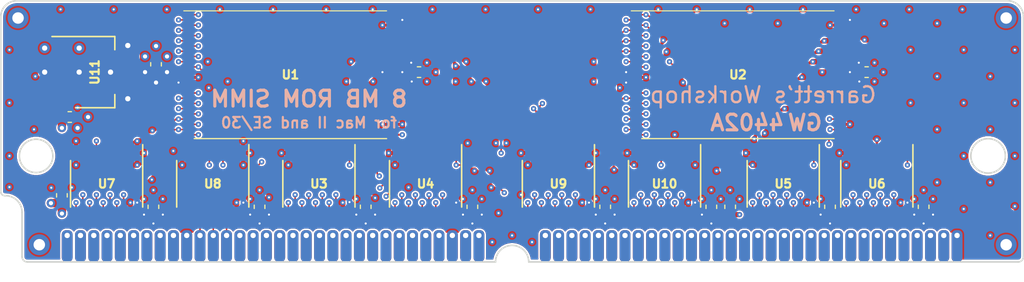
<source format=kicad_pcb>
(kicad_pcb (version 20171130) (host pcbnew "(5.1.5-0-10_14)")
  (layers (0 F.Cu signal) (1 In1.Cu power) (2 In2.Cu signal) (31 B.Cu power) (34 B.Paste user) (35 F.Paste user) (36 B.SilkS user) (37 F.SilkS user) (38 B.Mask user) (39 F.Mask user) (44 Edge.Cuts user))
  (net 0 "")
  (net 1 +5V)
  (net 2 /D0)
  (net 3 /D1)
  (net 4 /~WE~)
  (net 5 /D2)
  (net 6 /D3)
  (net 7 GND)
  (net 8 /D4)
  (net 9 /D5)
  (net 10 /D6)
  (net 11 /A11)
  (net 12 /D7)
  (net 13 /A0)
  (net 14 /A1)
  (net 15 /A2)
  (net 16 /A3)
  (net 17 /A4)
  (net 18 /A5)
  (net 19 /A6)
  (net 20 /A7)
  (net 21 /~CS~)
  (net 22 /~OE~)
  (net 23 /D8)
  (net 24 /D9)
  (net 25 /D10)
  (net 26 /D11)
  (net 27 /D12)
  (net 28 /D13)
  (net 29 /D14)
  (net 30 /D15)
  (net 31 /A8)
  (net 32 /A9)
  (net 33 /A10)
  (net 34 /A12)
  (net 35 /A13)
  (net 36 /A14)
  (net 37 /A15)
  (net 38 /A16)
  (net 39 /A17)
  (net 40 /A18)
  (net 41 /A19)
  (net 42 /A20)
  (net 43 /A21)
  (net 44 /A22)
  (net 45 /D16)
  (net 46 /D17)
  (net 47 /D18)
  (net 48 /D19)
  (net 49 /D20)
  (net 50 /D21)
  (net 51 /D22)
  (net 52 /D23)
  (net 53 /D24)
  (net 54 /D25)
  (net 55 /D26)
  (net 56 /D27)
  (net 57 /D28)
  (net 58 /D29)
  (net 59 /D30)
  (net 60 /D31)
  (net 61 +3V3)
  (net 62 /RD7)
  (net 63 /RD6)
  (net 64 /RD5)
  (net 65 /RD4)
  (net 66 /RD3)
  (net 67 /RD2)
  (net 68 /RD1)
  (net 69 /RD0)
  (net 70 /RD8)
  (net 71 /RD9)
  (net 72 /RD10)
  (net 73 /RD11)
  (net 74 /RD12)
  (net 75 /RD13)
  (net 76 /RD14)
  (net 77 /RD15)
  (net 78 /RD23)
  (net 79 /RD22)
  (net 80 /RD21)
  (net 81 /RD20)
  (net 82 /RD19)
  (net 83 /RD18)
  (net 84 /RD17)
  (net 85 /RD16)
  (net 86 /RD24)
  (net 87 /RD25)
  (net 88 /RD26)
  (net 89 /RD27)
  (net 90 /RD28)
  (net 91 /RD29)
  (net 92 /RD30)
  (net 93 /RD31)
  (net 94 /RA7)
  (net 95 /RA6)
  (net 96 /RA5)
  (net 97 /RA4)
  (net 98 /RA3)
  (net 99 /RA2)
  (net 100 /RA1)
  (net 101 /RA0)
  (net 102 /R~CS~)
  (net 103 /R~OE~)
  (net 104 /R~WE~)
  (net 105 "Net-(U8-Pad5)")
  (net 106 "Net-(U8-Pad7)")
  (net 107 /RA8)
  (net 108 /RA9)
  (net 109 "Net-(U8-Pad13)")
  (net 110 "Net-(U8-Pad15)")
  (net 111 /RA17)
  (net 112 /RA16)
  (net 113 /RA15)
  (net 114 /RA14)
  (net 115 /RA13)
  (net 116 /RA12)
  (net 117 /RA11)
  (net 118 /RA10)
  (net 119 /RA18)
  (net 120 /RA19)
  (net 121 /RA20)
  (net 122 /RA21)
  (net 123 /RA22)
  (net 124 "Net-(U8-Pad8)")
  (net 125 "Net-(U8-Pad9)")
  (net 126 "Net-(U8-Pad11)")
  (net 127 "Net-(U8-Pad12)")
  (net 128 "Net-(U9-Pad13)")
  (net 129 "Net-(U9-Pad7)")
  (net 130 "Net-(U1-Pad15)")
  (net 131 "Net-(U2-Pad15)")
  (net 132 "Net-(U8-Pad3)")
  (net 133 "Net-(U8-Pad17)")
  (net 134 "Net-(J1-Pad63)")
  (module stdpads:C_0603 (layer F.Cu) (at 86.6 108.7 90)
    (fp_text reference C14)
    (fp_text value 2u2)
    (pad 1 smd roundrect (at -0.75 0 90) (size 0.85 0.95) (layers F.Cu F.Paste F.Mask) (net 61 +3V3))
    (pad 2 smd roundrect (at 0.75 0 90) (size 0.85 0.95) (layers F.Cu F.Paste F.Mask) (net 7 GND))
  )
  (module stdpads:MacIIROMSIMM_Edge (layer F.Cu) (at 120.65 127.635)
    (fp_text reference J1 hide)
    (fp_text value ROM)
    (pad 64 thru_hole roundrect (at 42.545 -2.54) (size 1.0414 3.048) (drill 0.508 (offset 0 1.016)) (layers *.Cu *.Mask) (roundrect_rratio 0.4) (net 7 GND))
    (pad 63 thru_hole roundrect (at 41.275 -2.54) (size 1.0414 3.048) (drill 0.508 (offset 0 1.016)) (layers *.Cu *.Mask) (roundrect_rratio 0.4) (net 134 "Net-(J1-Pad63)"))
    (pad 62 thru_hole roundrect (at 40.005 -2.54) (size 1.0414 3.048) (drill 0.508 (offset 0 1.016)) (layers *.Cu *.Mask) (roundrect_rratio 0.4) (net 60 /D31))
    (pad 61 thru_hole roundrect (at 38.735 -2.54) (size 1.0414 3.048) (drill 0.508 (offset 0 1.016)) (layers *.Cu *.Mask) (roundrect_rratio 0.4) (net 59 /D30))
    (pad 60 thru_hole roundrect (at 37.465 -2.54) (size 1.0414 3.048) (drill 0.508 (offset 0 1.016)) (layers *.Cu *.Mask) (roundrect_rratio 0.4) (net 58 /D29))
    (pad 59 thru_hole roundrect (at 36.195 -2.54) (size 1.0414 3.048) (drill 0.508 (offset 0 1.016)) (layers *.Cu *.Mask) (roundrect_rratio 0.4) (net 57 /D28))
    (pad 58 thru_hole roundrect (at 34.925 -2.54) (size 1.0414 3.048) (drill 0.508 (offset 0 1.016)) (layers *.Cu *.Mask) (roundrect_rratio 0.4) (net 56 /D27))
    (pad 57 thru_hole roundrect (at 33.655 -2.54) (size 1.0414 3.048) (drill 0.508 (offset 0 1.016)) (layers *.Cu *.Mask) (roundrect_rratio 0.4) (net 55 /D26))
    (pad 56 thru_hole roundrect (at 32.385 -2.54) (size 1.0414 3.048) (drill 0.508 (offset 0 1.016)) (layers *.Cu *.Mask) (roundrect_rratio 0.4) (net 54 /D25))
    (pad 55 thru_hole roundrect (at 31.115 -2.54) (size 1.0414 3.048) (drill 0.508 (offset 0 1.016)) (layers *.Cu *.Mask) (roundrect_rratio 0.4) (net 53 /D24))
    (pad 54 thru_hole roundrect (at 29.845 -2.54) (size 1.0414 3.048) (drill 0.508 (offset 0 1.016)) (layers *.Cu *.Mask) (roundrect_rratio 0.4) (net 52 /D23))
    (pad 53 thru_hole roundrect (at 28.575 -2.54) (size 1.0414 3.048) (drill 0.508 (offset 0 1.016)) (layers *.Cu *.Mask) (roundrect_rratio 0.4) (net 51 /D22))
    (pad 52 thru_hole roundrect (at 27.305 -2.54) (size 1.0414 3.048) (drill 0.508 (offset 0 1.016)) (layers *.Cu *.Mask) (roundrect_rratio 0.4) (net 50 /D21))
    (pad 51 thru_hole roundrect (at 26.035 -2.54) (size 1.0414 3.048) (drill 0.508 (offset 0 1.016)) (layers *.Cu *.Mask) (roundrect_rratio 0.4) (net 49 /D20))
    (pad 50 thru_hole roundrect (at 24.765 -2.54) (size 1.0414 3.048) (drill 0.508 (offset 0 1.016)) (layers *.Cu *.Mask) (roundrect_rratio 0.4) (net 48 /D19))
    (pad 49 thru_hole roundrect (at 23.495 -2.54) (size 1.0414 3.048) (drill 0.508 (offset 0 1.016)) (layers *.Cu *.Mask) (roundrect_rratio 0.4) (net 47 /D18))
    (pad 48 thru_hole roundrect (at 22.225 -2.54) (size 1.0414 3.048) (drill 0.508 (offset 0 1.016)) (layers *.Cu *.Mask) (roundrect_rratio 0.4) (net 46 /D17))
    (pad 47 thru_hole roundrect (at 20.955 -2.54) (size 1.0414 3.048) (drill 0.508 (offset 0 1.016)) (layers *.Cu *.Mask) (roundrect_rratio 0.4) (net 45 /D16))
    (pad 46 thru_hole roundrect (at 19.685 -2.54) (size 1.0414 3.048) (drill 0.508 (offset 0 1.016)) (layers *.Cu *.Mask) (roundrect_rratio 0.4) (net 1 +5V))
    (pad 45 thru_hole roundrect (at 18.415 -2.54) (size 1.0414 3.048) (drill 0.508 (offset 0 1.016)) (layers *.Cu *.Mask) (roundrect_rratio 0.4) (net 44 /A22))
    (pad 44 thru_hole roundrect (at 17.145 -2.54) (size 1.0414 3.048) (drill 0.508 (offset 0 1.016)) (layers *.Cu *.Mask) (roundrect_rratio 0.4) (net 43 /A21))
    (pad 43 thru_hole roundrect (at 15.875 -2.54) (size 1.0414 3.048) (drill 0.508 (offset 0 1.016)) (layers *.Cu *.Mask) (roundrect_rratio 0.4) (net 42 /A20))
    (pad 42 thru_hole roundrect (at 14.605 -2.54) (size 1.0414 3.048) (drill 0.508 (offset 0 1.016)) (layers *.Cu *.Mask) (roundrect_rratio 0.4) (net 41 /A19))
    (pad 41 thru_hole roundrect (at 13.335 -2.54) (size 1.0414 3.048) (drill 0.508 (offset 0 1.016)) (layers *.Cu *.Mask) (roundrect_rratio 0.4) (net 40 /A18))
    (pad 40 thru_hole roundrect (at 12.065 -2.54) (size 1.0414 3.048) (drill 0.508 (offset 0 1.016)) (layers *.Cu *.Mask) (roundrect_rratio 0.4) (net 39 /A17))
    (pad 39 thru_hole roundrect (at 10.795 -2.54) (size 1.0414 3.048) (drill 0.508 (offset 0 1.016)) (layers *.Cu *.Mask) (roundrect_rratio 0.4) (net 38 /A16))
    (pad 38 thru_hole roundrect (at 9.525 -2.54) (size 1.0414 3.048) (drill 0.508 (offset 0 1.016)) (layers *.Cu *.Mask) (roundrect_rratio 0.4) (net 37 /A15))
    (pad 37 thru_hole roundrect (at 8.255 -2.54) (size 1.0414 3.048) (drill 0.508 (offset 0 1.016)) (layers *.Cu *.Mask) (roundrect_rratio 0.4) (net 36 /A14))
    (pad 36 thru_hole roundrect (at 6.985 -2.54) (size 1.0414 3.048) (drill 0.508 (offset 0 1.016)) (layers *.Cu *.Mask) (roundrect_rratio 0.4) (net 35 /A13))
    (pad 35 thru_hole roundrect (at 5.715 -2.54) (size 1.0414 3.048) (drill 0.508 (offset 0 1.016)) (layers *.Cu *.Mask) (roundrect_rratio 0.4) (net 34 /A12))
    (pad 34 thru_hole roundrect (at 4.445 -2.54) (size 1.0414 3.048) (drill 0.508 (offset 0 1.016)) (layers *.Cu *.Mask) (roundrect_rratio 0.4) (net 11 /A11))
    (pad 33 thru_hole roundrect (at 3.175 -2.54) (size 1.0414 3.048) (drill 0.508 (offset 0 1.016)) (layers *.Cu *.Mask) (roundrect_rratio 0.4) (net 33 /A10))
    (pad 32 thru_hole roundrect (at -3.175 -2.54) (size 1.0414 3.048) (drill 0.508 (offset 0 1.016)) (layers *.Cu *.Mask) (roundrect_rratio 0.4) (net 32 /A9))
    (pad 31 thru_hole roundrect (at -4.445 -2.54) (size 1.0414 3.048) (drill 0.508 (offset 0 1.016)) (layers *.Cu *.Mask) (roundrect_rratio 0.4) (net 31 /A8))
    (pad 30 thru_hole roundrect (at -5.715 -2.54) (size 1.0414 3.048) (drill 0.508 (offset 0 1.016)) (layers *.Cu *.Mask) (roundrect_rratio 0.4) (net 7 GND))
    (pad 29 thru_hole roundrect (at -6.985 -2.54) (size 1.0414 3.048) (drill 0.508 (offset 0 1.016)) (layers *.Cu *.Mask) (roundrect_rratio 0.4) (net 30 /D15))
    (pad 28 thru_hole roundrect (at -8.255 -2.54) (size 1.0414 3.048) (drill 0.508 (offset 0 1.016)) (layers *.Cu *.Mask) (roundrect_rratio 0.4) (net 29 /D14))
    (pad 27 thru_hole roundrect (at -9.525 -2.54) (size 1.0414 3.048) (drill 0.508 (offset 0 1.016)) (layers *.Cu *.Mask) (roundrect_rratio 0.4) (net 28 /D13))
    (pad 26 thru_hole roundrect (at -10.795 -2.54) (size 1.0414 3.048) (drill 0.508 (offset 0 1.016)) (layers *.Cu *.Mask) (roundrect_rratio 0.4) (net 27 /D12))
    (pad 25 thru_hole roundrect (at -12.065 -2.54) (size 1.0414 3.048) (drill 0.508 (offset 0 1.016)) (layers *.Cu *.Mask) (roundrect_rratio 0.4) (net 26 /D11))
    (pad 24 thru_hole roundrect (at -13.335 -2.54) (size 1.0414 3.048) (drill 0.508 (offset 0 1.016)) (layers *.Cu *.Mask) (roundrect_rratio 0.4) (net 25 /D10))
    (pad 23 thru_hole roundrect (at -14.605 -2.54) (size 1.0414 3.048) (drill 0.508 (offset 0 1.016)) (layers *.Cu *.Mask) (roundrect_rratio 0.4) (net 24 /D9))
    (pad 22 thru_hole roundrect (at -15.875 -2.54) (size 1.0414 3.048) (drill 0.508 (offset 0 1.016)) (layers *.Cu *.Mask) (roundrect_rratio 0.4) (net 23 /D8))
    (pad 21 thru_hole roundrect (at -17.145 -2.54) (size 1.0414 3.048) (drill 0.508 (offset 0 1.016)) (layers *.Cu *.Mask) (roundrect_rratio 0.4) (net 12 /D7))
    (pad 20 thru_hole roundrect (at -18.415 -2.54) (size 1.0414 3.048) (drill 0.508 (offset 0 1.016)) (layers *.Cu *.Mask) (roundrect_rratio 0.4) (net 10 /D6))
    (pad 19 thru_hole roundrect (at -19.685 -2.54) (size 1.0414 3.048) (drill 0.508 (offset 0 1.016)) (layers *.Cu *.Mask) (roundrect_rratio 0.4) (net 9 /D5))
    (pad 18 thru_hole roundrect (at -20.955 -2.54) (size 1.0414 3.048) (drill 0.508 (offset 0 1.016)) (layers *.Cu *.Mask) (roundrect_rratio 0.4) (net 8 /D4))
    (pad 17 thru_hole roundrect (at -22.225 -2.54) (size 1.0414 3.048) (drill 0.508 (offset 0 1.016)) (layers *.Cu *.Mask) (roundrect_rratio 0.4) (net 6 /D3))
    (pad 16 thru_hole roundrect (at -23.495 -2.54) (size 1.0414 3.048) (drill 0.508 (offset 0 1.016)) (layers *.Cu *.Mask) (roundrect_rratio 0.4) (net 5 /D2))
    (pad 15 thru_hole roundrect (at -24.765 -2.54) (size 1.0414 3.048) (drill 0.508 (offset 0 1.016)) (layers *.Cu *.Mask) (roundrect_rratio 0.4) (net 3 /D1))
    (pad 14 thru_hole roundrect (at -26.035 -2.54) (size 1.0414 3.048) (drill 0.508 (offset 0 1.016)) (layers *.Cu *.Mask) (roundrect_rratio 0.4) (net 2 /D0))
    (pad 13 thru_hole roundrect (at -27.305 -2.54) (size 1.0414 3.048) (drill 0.508 (offset 0 1.016)) (layers *.Cu *.Mask) (roundrect_rratio 0.4) (net 4 /~WE~))
    (pad 12 thru_hole roundrect (at -28.575 -2.54) (size 1.0414 3.048) (drill 0.508 (offset 0 1.016)) (layers *.Cu *.Mask) (roundrect_rratio 0.4) (net 22 /~OE~))
    (pad 11 thru_hole roundrect (at -29.845 -2.54) (size 1.0414 3.048) (drill 0.508 (offset 0 1.016)) (layers *.Cu *.Mask) (roundrect_rratio 0.4) (net 21 /~CS~))
    (pad 10 thru_hole roundrect (at -31.115 -2.54) (size 1.0414 3.048) (drill 0.508 (offset 0 1.016)) (layers *.Cu *.Mask) (roundrect_rratio 0.4) (net 7 GND))
    (pad 9 thru_hole roundrect (at -32.385 -2.54) (size 1.0414 3.048) (drill 0.508 (offset 0 1.016)) (layers *.Cu *.Mask) (roundrect_rratio 0.4) (net 20 /A7))
    (pad 8 thru_hole roundrect (at -33.655 -2.54) (size 1.0414 3.048) (drill 0.508 (offset 0 1.016)) (layers *.Cu *.Mask) (roundrect_rratio 0.4) (net 19 /A6))
    (pad 7 thru_hole roundrect (at -34.925 -2.54) (size 1.0414 3.048) (drill 0.508 (offset 0 1.016)) (layers *.Cu *.Mask) (roundrect_rratio 0.4) (net 18 /A5))
    (pad 6 thru_hole roundrect (at -36.195 -2.54) (size 1.0414 3.048) (drill 0.508 (offset 0 1.016)) (layers *.Cu *.Mask) (roundrect_rratio 0.4) (net 17 /A4))
    (pad 5 thru_hole roundrect (at -37.465 -2.54) (size 1.0414 3.048) (drill 0.508 (offset 0 1.016)) (layers *.Cu *.Mask) (roundrect_rratio 0.4) (net 16 /A3))
    (pad 4 thru_hole roundrect (at -38.735 -2.54) (size 1.0414 3.048) (drill 0.508 (offset 0 1.016)) (layers *.Cu *.Mask) (roundrect_rratio 0.4) (net 15 /A2))
    (pad 3 thru_hole roundrect (at -40.005 -2.54) (size 1.0414 3.048) (drill 0.508 (offset 0 1.016)) (layers *.Cu *.Mask) (roundrect_rratio 0.4) (net 14 /A1))
    (pad 2 thru_hole roundrect (at -41.275 -2.54) (size 1.0414 3.048) (drill 0.508 (offset 0 1.016)) (layers *.Cu *.Mask) (roundrect_rratio 0.4) (net 13 /A0))
    (pad 1 thru_hole roundrect (at -42.545 -2.54) (size 1.0414 3.048) (drill 0.508 (offset 0 1.016)) (layers *.Cu *.Mask) (roundrect_rratio 0.4) (net 1 +5V))
  )
  (module stdpads:PasteHole_1.1mm_PTH (layer F.Cu) (at 75.438 125.984)
    (fp_text reference H2)
    (fp_text value " " hide)
    (pad 1 thru_hole circle (at 0 0) (size 2 2) (drill 1.1) (layers *.Cu *.Mask) (net 7 GND))
  )
  (module stdpads:PasteHole_1.1mm_PTH (layer F.Cu) (at 167.894 125.984)
    (fp_text reference H3)
    (fp_text value " " hide)
    (pad 1 thru_hole circle (at 0 0) (size 2 2) (drill 1.1) (layers *.Cu *.Mask) (net 7 GND))
  )
  (module stdpads:TSOP-I-48_18.4x12mm_P0.5mm (layer F.Cu) (at 99.45 109.7)
    (fp_text reference U1)
    (fp_text value MX29LV320)
    (fp_text user %R (at 0 0) (layer F.SilkS) (effects (font (size 0.8128 0.8128) (thickness 0.2032))))
    (pad 48 smd roundrect (at 9.75 -5.75) (size 1.1 0.3) (layers F.Cu F.Paste F.Mask) (net 119 /RA18))
    (pad 47 smd roundrect (at 9.75 -5.25) (size 1.1 0.3) (layers F.Cu F.Paste F.Mask) (net 61 +3V3))
    (pad 46 smd roundrect (at 9.75 -4.75) (size 1.1 0.3) (layers F.Cu F.Paste F.Mask) (net 7 GND))
    (pad 45 smd roundrect (at 9.75 -4.25) (size 1.1 0.3) (layers F.Cu F.Paste F.Mask) (net 77 /RD15))
    (pad 44 smd roundrect (at 9.75 -3.75) (size 1.1 0.3) (layers F.Cu F.Paste F.Mask) (net 62 /RD7))
    (pad 43 smd roundrect (at 9.75 -3.25) (size 1.1 0.3) (layers F.Cu F.Paste F.Mask) (net 76 /RD14))
    (pad 42 smd roundrect (at 9.75 -2.75) (size 1.1 0.3) (layers F.Cu F.Paste F.Mask) (net 63 /RD6))
    (pad 41 smd roundrect (at 9.75 -2.25) (size 1.1 0.3) (layers F.Cu F.Paste F.Mask) (net 75 /RD13))
    (pad 40 smd roundrect (at 9.75 -1.75) (size 1.1 0.3) (layers F.Cu F.Paste F.Mask) (net 64 /RD5))
    (pad 39 smd roundrect (at 9.75 -1.25) (size 1.1 0.3) (layers F.Cu F.Paste F.Mask) (net 74 /RD12))
    (pad 38 smd roundrect (at 9.75 -0.75) (size 1.1 0.3) (layers F.Cu F.Paste F.Mask) (net 65 /RD4))
    (pad 37 smd roundrect (at 9.75 -0.25) (size 1.1 0.3) (layers F.Cu F.Paste F.Mask) (net 61 +3V3))
    (pad 36 smd roundrect (at 9.75 0.25) (size 1.1 0.3) (layers F.Cu F.Paste F.Mask) (net 73 /RD11))
    (pad 35 smd roundrect (at 9.75 0.75) (size 1.1 0.3) (layers F.Cu F.Paste F.Mask) (net 66 /RD3))
    (pad 34 smd roundrect (at 9.75 1.25) (size 1.1 0.3) (layers F.Cu F.Paste F.Mask) (net 72 /RD10))
    (pad 33 smd roundrect (at 9.75 1.75) (size 1.1 0.3) (layers F.Cu F.Paste F.Mask) (net 67 /RD2))
    (pad 32 smd roundrect (at 9.75 2.25) (size 1.1 0.3) (layers F.Cu F.Paste F.Mask) (net 71 /RD9))
    (pad 31 smd roundrect (at 9.75 2.75) (size 1.1 0.3) (layers F.Cu F.Paste F.Mask) (net 68 /RD1))
    (pad 30 smd roundrect (at 9.75 3.25) (size 1.1 0.3) (layers F.Cu F.Paste F.Mask) (net 70 /RD8))
    (pad 29 smd roundrect (at 9.75 3.75) (size 1.1 0.3) (layers F.Cu F.Paste F.Mask) (net 69 /RD0))
    (pad 28 smd roundrect (at 9.75 4.25) (size 1.1 0.3) (layers F.Cu F.Paste F.Mask) (net 103 /R~OE~))
    (pad 27 smd roundrect (at 9.75 4.75) (size 1.1 0.3) (layers F.Cu F.Paste F.Mask) (net 7 GND))
    (pad 26 smd roundrect (at 9.75 5.25) (size 1.1 0.3) (layers F.Cu F.Paste F.Mask) (net 102 /R~CS~))
    (pad 24 smd roundrect (at -9.75 5.75) (size 1.1 0.3) (layers F.Cu F.Paste F.Mask) (net 98 /RA3))
    (pad 23 smd roundrect (at -9.75 5.25) (size 1.1 0.3) (layers F.Cu F.Paste F.Mask) (net 97 /RA4))
    (pad 22 smd roundrect (at -9.75 4.75) (size 1.1 0.3) (layers F.Cu F.Paste F.Mask) (net 96 /RA5))
    (pad 21 smd roundrect (at -9.75 4.25) (size 1.1 0.3) (layers F.Cu F.Paste F.Mask) (net 95 /RA6))
    (pad 20 smd roundrect (at -9.75 3.75) (size 1.1 0.3) (layers F.Cu F.Paste F.Mask) (net 94 /RA7))
    (pad 19 smd roundrect (at -9.75 3.25) (size 1.1 0.3) (layers F.Cu F.Paste F.Mask) (net 107 /RA8))
    (pad 18 smd roundrect (at -9.75 2.75) (size 1.1 0.3) (layers F.Cu F.Paste F.Mask) (net 108 /RA9))
    (pad 17 smd roundrect (at -9.75 2.25) (size 1.1 0.3) (layers F.Cu F.Paste F.Mask) (net 120 /RA19))
    (pad 16 smd roundrect (at -9.75 1.75) (size 1.1 0.3) (layers F.Cu F.Paste F.Mask) (net 121 /RA20))
    (pad 15 smd roundrect (at -9.75 1.25) (size 1.1 0.3) (layers F.Cu F.Paste F.Mask) (net 130 "Net-(U1-Pad15)"))
    (pad 14 smd roundrect (at -9.75 0.75) (size 1.1 0.3) (layers F.Cu F.Paste F.Mask) (net 61 +3V3))
    (pad 13 smd roundrect (at -9.75 0.25) (size 1.1 0.3) (layers F.Cu F.Paste F.Mask) (net 7 GND))
    (pad 12 smd roundrect (at -9.75 -0.25) (size 1.1 0.3) (layers F.Cu F.Paste F.Mask) (net 61 +3V3))
    (pad 11 smd roundrect (at -9.75 -0.75) (size 1.1 0.3) (layers F.Cu F.Paste F.Mask) (net 104 /R~WE~))
    (pad 10 smd roundrect (at -9.75 -1.25) (size 1.1 0.3) (layers F.Cu F.Paste F.Mask) (net 123 /RA22))
    (pad 9 smd roundrect (at -9.75 -1.75) (size 1.1 0.3) (layers F.Cu F.Paste F.Mask) (net 122 /RA21))
    (pad 8 smd roundrect (at -9.75 -2.25) (size 1.1 0.3) (layers F.Cu F.Paste F.Mask) (net 118 /RA10))
    (pad 7 smd roundrect (at -9.75 -2.75) (size 1.1 0.3) (layers F.Cu F.Paste F.Mask) (net 117 /RA11))
    (pad 6 smd roundrect (at -9.75 -3.25) (size 1.1 0.3) (layers F.Cu F.Paste F.Mask) (net 116 /RA12))
    (pad 5 smd roundrect (at -9.75 -3.75) (size 1.1 0.3) (layers F.Cu F.Paste F.Mask) (net 115 /RA13))
    (pad 4 smd roundrect (at -9.75 -4.25) (size 1.1 0.3) (layers F.Cu F.Paste F.Mask) (net 114 /RA14))
    (pad 3 smd roundrect (at -9.75 -4.75) (size 1.1 0.3) (layers F.Cu F.Paste F.Mask) (net 113 /RA15))
    (pad 2 smd roundrect (at -9.75 -5.25) (size 1.1 0.3) (layers F.Cu F.Paste F.Mask) (net 112 /RA16))
    (pad 25 smd roundrect (at 9.75 5.75) (size 1.1 0.3) (layers F.Cu F.Paste F.Mask) (net 99 /RA2))
    (pad 1 smd roundrect (at -9.75 -5.75) (size 1.1 0.3) (layers F.Cu F.Paste F.Mask) (net 111 /RA17))
  )
  (module stdpads:TSOP-I-48_18.4x12mm_P0.5mm (layer F.Cu) (at 142.24 109.7)
    (fp_text reference U2)
    (fp_text value MX29LV320)
    (fp_text user %R (at 0 0) (layer F.SilkS) (effects (font (size 0.8128 0.8128) (thickness 0.2032))))
    (pad 48 smd roundrect (at 9.75 -5.75) (size 1.1 0.3) (layers F.Cu F.Paste F.Mask) (net 119 /RA18))
    (pad 47 smd roundrect (at 9.75 -5.25) (size 1.1 0.3) (layers F.Cu F.Paste F.Mask) (net 61 +3V3))
    (pad 46 smd roundrect (at 9.75 -4.75) (size 1.1 0.3) (layers F.Cu F.Paste F.Mask) (net 7 GND))
    (pad 45 smd roundrect (at 9.75 -4.25) (size 1.1 0.3) (layers F.Cu F.Paste F.Mask) (net 93 /RD31))
    (pad 44 smd roundrect (at 9.75 -3.75) (size 1.1 0.3) (layers F.Cu F.Paste F.Mask) (net 78 /RD23))
    (pad 43 smd roundrect (at 9.75 -3.25) (size 1.1 0.3) (layers F.Cu F.Paste F.Mask) (net 92 /RD30))
    (pad 42 smd roundrect (at 9.75 -2.75) (size 1.1 0.3) (layers F.Cu F.Paste F.Mask) (net 79 /RD22))
    (pad 41 smd roundrect (at 9.75 -2.25) (size 1.1 0.3) (layers F.Cu F.Paste F.Mask) (net 91 /RD29))
    (pad 40 smd roundrect (at 9.75 -1.75) (size 1.1 0.3) (layers F.Cu F.Paste F.Mask) (net 80 /RD21))
    (pad 39 smd roundrect (at 9.75 -1.25) (size 1.1 0.3) (layers F.Cu F.Paste F.Mask) (net 90 /RD28))
    (pad 38 smd roundrect (at 9.75 -0.75) (size 1.1 0.3) (layers F.Cu F.Paste F.Mask) (net 81 /RD20))
    (pad 37 smd roundrect (at 9.75 -0.25) (size 1.1 0.3) (layers F.Cu F.Paste F.Mask) (net 61 +3V3))
    (pad 36 smd roundrect (at 9.75 0.25) (size 1.1 0.3) (layers F.Cu F.Paste F.Mask) (net 89 /RD27))
    (pad 35 smd roundrect (at 9.75 0.75) (size 1.1 0.3) (layers F.Cu F.Paste F.Mask) (net 82 /RD19))
    (pad 34 smd roundrect (at 9.75 1.25) (size 1.1 0.3) (layers F.Cu F.Paste F.Mask) (net 88 /RD26))
    (pad 33 smd roundrect (at 9.75 1.75) (size 1.1 0.3) (layers F.Cu F.Paste F.Mask) (net 83 /RD18))
    (pad 32 smd roundrect (at 9.75 2.25) (size 1.1 0.3) (layers F.Cu F.Paste F.Mask) (net 87 /RD25))
    (pad 31 smd roundrect (at 9.75 2.75) (size 1.1 0.3) (layers F.Cu F.Paste F.Mask) (net 84 /RD17))
    (pad 30 smd roundrect (at 9.75 3.25) (size 1.1 0.3) (layers F.Cu F.Paste F.Mask) (net 86 /RD24))
    (pad 29 smd roundrect (at 9.75 3.75) (size 1.1 0.3) (layers F.Cu F.Paste F.Mask) (net 85 /RD16))
    (pad 28 smd roundrect (at 9.75 4.25) (size 1.1 0.3) (layers F.Cu F.Paste F.Mask) (net 103 /R~OE~))
    (pad 27 smd roundrect (at 9.75 4.75) (size 1.1 0.3) (layers F.Cu F.Paste F.Mask) (net 7 GND))
    (pad 26 smd roundrect (at 9.75 5.25) (size 1.1 0.3) (layers F.Cu F.Paste F.Mask) (net 102 /R~CS~))
    (pad 24 smd roundrect (at -9.75 5.75) (size 1.1 0.3) (layers F.Cu F.Paste F.Mask) (net 98 /RA3))
    (pad 23 smd roundrect (at -9.75 5.25) (size 1.1 0.3) (layers F.Cu F.Paste F.Mask) (net 97 /RA4))
    (pad 22 smd roundrect (at -9.75 4.75) (size 1.1 0.3) (layers F.Cu F.Paste F.Mask) (net 96 /RA5))
    (pad 21 smd roundrect (at -9.75 4.25) (size 1.1 0.3) (layers F.Cu F.Paste F.Mask) (net 95 /RA6))
    (pad 20 smd roundrect (at -9.75 3.75) (size 1.1 0.3) (layers F.Cu F.Paste F.Mask) (net 94 /RA7))
    (pad 19 smd roundrect (at -9.75 3.25) (size 1.1 0.3) (layers F.Cu F.Paste F.Mask) (net 107 /RA8))
    (pad 18 smd roundrect (at -9.75 2.75) (size 1.1 0.3) (layers F.Cu F.Paste F.Mask) (net 108 /RA9))
    (pad 17 smd roundrect (at -9.75 2.25) (size 1.1 0.3) (layers F.Cu F.Paste F.Mask) (net 120 /RA19))
    (pad 16 smd roundrect (at -9.75 1.75) (size 1.1 0.3) (layers F.Cu F.Paste F.Mask) (net 121 /RA20))
    (pad 15 smd roundrect (at -9.75 1.25) (size 1.1 0.3) (layers F.Cu F.Paste F.Mask) (net 131 "Net-(U2-Pad15)"))
    (pad 14 smd roundrect (at -9.75 0.75) (size 1.1 0.3) (layers F.Cu F.Paste F.Mask) (net 61 +3V3))
    (pad 13 smd roundrect (at -9.75 0.25) (size 1.1 0.3) (layers F.Cu F.Paste F.Mask) (net 7 GND))
    (pad 12 smd roundrect (at -9.75 -0.25) (size 1.1 0.3) (layers F.Cu F.Paste F.Mask) (net 61 +3V3))
    (pad 11 smd roundrect (at -9.75 -0.75) (size 1.1 0.3) (layers F.Cu F.Paste F.Mask) (net 104 /R~WE~))
    (pad 10 smd roundrect (at -9.75 -1.25) (size 1.1 0.3) (layers F.Cu F.Paste F.Mask) (net 123 /RA22))
    (pad 9 smd roundrect (at -9.75 -1.75) (size 1.1 0.3) (layers F.Cu F.Paste F.Mask) (net 122 /RA21))
    (pad 8 smd roundrect (at -9.75 -2.25) (size 1.1 0.3) (layers F.Cu F.Paste F.Mask) (net 118 /RA10))
    (pad 7 smd roundrect (at -9.75 -2.75) (size 1.1 0.3) (layers F.Cu F.Paste F.Mask) (net 117 /RA11))
    (pad 6 smd roundrect (at -9.75 -3.25) (size 1.1 0.3) (layers F.Cu F.Paste F.Mask) (net 116 /RA12))
    (pad 5 smd roundrect (at -9.75 -3.75) (size 1.1 0.3) (layers F.Cu F.Paste F.Mask) (net 115 /RA13))
    (pad 4 smd roundrect (at -9.75 -4.25) (size 1.1 0.3) (layers F.Cu F.Paste F.Mask) (net 114 /RA14))
    (pad 3 smd roundrect (at -9.75 -4.75) (size 1.1 0.3) (layers F.Cu F.Paste F.Mask) (net 113 /RA15))
    (pad 2 smd roundrect (at -9.75 -5.25) (size 1.1 0.3) (layers F.Cu F.Paste F.Mask) (net 112 /RA16))
    (pad 25 smd roundrect (at 9.75 5.75) (size 1.1 0.3) (layers F.Cu F.Paste F.Mask) (net 99 /RA2))
    (pad 1 smd roundrect (at -9.75 -5.75) (size 1.1 0.3) (layers F.Cu F.Paste F.Mask) (net 111 /RA17))
  )
  (module stdpads:TSSOP-20_4.4x6.5mm_P0.65mm (layer F.Cu) (at 102.175 120.15 270)
    (fp_text reference U3)
    (fp_text value 74AHC245)
    (fp_text user %R (at 0 0) (layer F.SilkS) (effects (font (size 0.8128 0.8128) (thickness 0.2032))))
    (pad 20 smd roundrect (at 2.95 -2.925 270) (size 1.45 0.45) (layers F.Cu F.Paste F.Mask) (net 61 +3V3))
    (pad 19 smd roundrect (at 2.95 -2.275 270) (size 1.45 0.45) (layers F.Cu F.Paste F.Mask) (net 7 GND))
    (pad 18 smd roundrect (at 2.95 -1.625 270) (size 1.45 0.45) (layers F.Cu F.Paste F.Mask) (net 12 /D7))
    (pad 17 smd roundrect (at 2.95 -0.975 270) (size 1.45 0.45) (layers F.Cu F.Paste F.Mask) (net 10 /D6))
    (pad 16 smd roundrect (at 2.95 -0.325 270) (size 1.45 0.45) (layers F.Cu F.Paste F.Mask) (net 9 /D5))
    (pad 15 smd roundrect (at 2.95 0.325 270) (size 1.45 0.45) (layers F.Cu F.Paste F.Mask) (net 8 /D4))
    (pad 14 smd roundrect (at 2.95 0.975 270) (size 1.45 0.45) (layers F.Cu F.Paste F.Mask) (net 6 /D3))
    (pad 13 smd roundrect (at 2.95 1.625 270) (size 1.45 0.45) (layers F.Cu F.Paste F.Mask) (net 5 /D2))
    (pad 12 smd roundrect (at 2.95 2.275 270) (size 1.45 0.45) (layers F.Cu F.Paste F.Mask) (net 3 /D1))
    (pad 11 smd roundrect (at 2.95 2.925 270) (size 1.45 0.45) (layers F.Cu F.Paste F.Mask) (net 2 /D0))
    (pad 10 smd roundrect (at -2.95 2.925 270) (size 1.45 0.45) (layers F.Cu F.Paste F.Mask) (net 7 GND))
    (pad 9 smd roundrect (at -2.95 2.275 270) (size 1.45 0.45) (layers F.Cu F.Paste F.Mask) (net 69 /RD0))
    (pad 8 smd roundrect (at -2.95 1.625 270) (size 1.45 0.45) (layers F.Cu F.Paste F.Mask) (net 68 /RD1))
    (pad 7 smd roundrect (at -2.95 0.975 270) (size 1.45 0.45) (layers F.Cu F.Paste F.Mask) (net 67 /RD2))
    (pad 6 smd roundrect (at -2.95 0.325 270) (size 1.45 0.45) (layers F.Cu F.Paste F.Mask) (net 66 /RD3))
    (pad 5 smd roundrect (at -2.95 -0.325 270) (size 1.45 0.45) (layers F.Cu F.Paste F.Mask) (net 65 /RD4))
    (pad 4 smd roundrect (at -2.95 -0.975 270) (size 1.45 0.45) (layers F.Cu F.Paste F.Mask) (net 64 /RD5))
    (pad 3 smd roundrect (at -2.95 -1.625 270) (size 1.45 0.45) (layers F.Cu F.Paste F.Mask) (net 63 /RD6))
    (pad 2 smd roundrect (at -2.95 -2.275 270) (size 1.45 0.45) (layers F.Cu F.Paste F.Mask) (net 62 /RD7))
    (pad 1 smd roundrect (at -2.95 -2.925 270) (size 1.45 0.45) (layers F.Cu F.Paste F.Mask) (net 4 /~WE~))
  )
  (module stdpads:TSSOP-20_4.4x6.5mm_P0.65mm (layer F.Cu) (at 146.575 120.15 270)
    (fp_text reference U5)
    (fp_text value 74AHC245)
    (fp_text user %R (at 0 0) (layer F.SilkS) (effects (font (size 0.8128 0.8128) (thickness 0.2032))))
    (pad 20 smd roundrect (at 2.95 -2.925 270) (size 1.45 0.45) (layers F.Cu F.Paste F.Mask) (net 61 +3V3))
    (pad 19 smd roundrect (at 2.95 -2.275 270) (size 1.45 0.45) (layers F.Cu F.Paste F.Mask) (net 7 GND))
    (pad 18 smd roundrect (at 2.95 -1.625 270) (size 1.45 0.45) (layers F.Cu F.Paste F.Mask) (net 52 /D23))
    (pad 17 smd roundrect (at 2.95 -0.975 270) (size 1.45 0.45) (layers F.Cu F.Paste F.Mask) (net 51 /D22))
    (pad 16 smd roundrect (at 2.95 -0.325 270) (size 1.45 0.45) (layers F.Cu F.Paste F.Mask) (net 50 /D21))
    (pad 15 smd roundrect (at 2.95 0.325 270) (size 1.45 0.45) (layers F.Cu F.Paste F.Mask) (net 49 /D20))
    (pad 14 smd roundrect (at 2.95 0.975 270) (size 1.45 0.45) (layers F.Cu F.Paste F.Mask) (net 48 /D19))
    (pad 13 smd roundrect (at 2.95 1.625 270) (size 1.45 0.45) (layers F.Cu F.Paste F.Mask) (net 47 /D18))
    (pad 12 smd roundrect (at 2.95 2.275 270) (size 1.45 0.45) (layers F.Cu F.Paste F.Mask) (net 46 /D17))
    (pad 11 smd roundrect (at 2.95 2.925 270) (size 1.45 0.45) (layers F.Cu F.Paste F.Mask) (net 45 /D16))
    (pad 10 smd roundrect (at -2.95 2.925 270) (size 1.45 0.45) (layers F.Cu F.Paste F.Mask) (net 7 GND))
    (pad 9 smd roundrect (at -2.95 2.275 270) (size 1.45 0.45) (layers F.Cu F.Paste F.Mask) (net 85 /RD16))
    (pad 8 smd roundrect (at -2.95 1.625 270) (size 1.45 0.45) (layers F.Cu F.Paste F.Mask) (net 84 /RD17))
    (pad 7 smd roundrect (at -2.95 0.975 270) (size 1.45 0.45) (layers F.Cu F.Paste F.Mask) (net 83 /RD18))
    (pad 6 smd roundrect (at -2.95 0.325 270) (size 1.45 0.45) (layers F.Cu F.Paste F.Mask) (net 82 /RD19))
    (pad 5 smd roundrect (at -2.95 -0.325 270) (size 1.45 0.45) (layers F.Cu F.Paste F.Mask) (net 81 /RD20))
    (pad 4 smd roundrect (at -2.95 -0.975 270) (size 1.45 0.45) (layers F.Cu F.Paste F.Mask) (net 80 /RD21))
    (pad 3 smd roundrect (at -2.95 -1.625 270) (size 1.45 0.45) (layers F.Cu F.Paste F.Mask) (net 79 /RD22))
    (pad 2 smd roundrect (at -2.95 -2.275 270) (size 1.45 0.45) (layers F.Cu F.Paste F.Mask) (net 78 /RD23))
    (pad 1 smd roundrect (at -2.95 -2.925 270) (size 1.45 0.45) (layers F.Cu F.Paste F.Mask) (net 4 /~WE~))
  )
  (module stdpads:C_0603 (layer F.Cu) (at 77.6 121.25 90)
    (fp_text reference C1)
    (fp_text value 2u2)
    (pad 1 smd roundrect (at -0.75 0 90) (size 0.85 0.95) (layers F.Cu F.Paste F.Mask) (net 1 +5V))
    (pad 2 smd roundrect (at 0.75 0 90) (size 0.85 0.95) (layers F.Cu F.Paste F.Mask) (net 7 GND))
  )
  (module stdpads:C_0603 (layer F.Cu) (at 141.5 122.35 90)
    (fp_text reference C2)
    (fp_text value 2u2)
    (pad 2 smd roundrect (at 0.75 0 90) (size 0.85 0.95) (layers F.Cu F.Paste F.Mask) (net 7 GND))
    (pad 1 smd roundrect (at -0.75 0 90) (size 0.85 0.95) (layers F.Cu F.Paste F.Mask) (net 1 +5V))
  )
  (module stdpads:C_0603 (layer F.Cu) (at 78.35 113.75)
    (fp_text reference C3)
    (fp_text value 2u2)
    (pad 1 smd roundrect (at -0.75 0) (size 0.85 0.95) (layers F.Cu F.Paste F.Mask) (net 1 +5V))
    (pad 2 smd roundrect (at 0.75 0) (size 0.85 0.95) (layers F.Cu F.Paste F.Mask) (net 7 GND))
  )
  (module stdpads:C_0603 (layer F.Cu) (at 111.75 109.45)
    (fp_text reference C4)
    (fp_text value 2u2)
    (pad 1 smd roundrect (at -0.75 0) (size 0.85 0.95) (layers F.Cu F.Paste F.Mask) (net 61 +3V3))
    (pad 2 smd roundrect (at 0.75 0) (size 0.85 0.95) (layers F.Cu F.Paste F.Mask) (net 7 GND))
  )
  (module stdpads:C_0603 (layer F.Cu) (at 154.55 109.45)
    (fp_text reference C5)
    (fp_text value 2u2)
    (pad 1 smd roundrect (at -0.75 0) (size 0.85 0.95) (layers F.Cu F.Paste F.Mask) (net 61 +3V3))
    (pad 2 smd roundrect (at 0.75 0) (size 0.85 0.95) (layers F.Cu F.Paste F.Mask) (net 7 GND))
  )
  (module stdpads:C_0603 (layer F.Cu) (at 86.35 122.35 90)
    (fp_text reference C6)
    (fp_text value 2u2)
    (pad 2 smd roundrect (at 0.75 0 90) (size 0.85 0.95) (layers F.Cu F.Paste F.Mask) (net 7 GND))
    (pad 1 smd roundrect (at -0.75 0 90) (size 0.85 0.95) (layers F.Cu F.Paste F.Mask) (net 61 +3V3))
  )
  (module stdpads:C_0603 (layer F.Cu) (at 96.5 122.35 90)
    (fp_text reference C7)
    (fp_text value 2u2)
    (pad 2 smd roundrect (at 0.75 0 90) (size 0.85 0.95) (layers F.Cu F.Paste F.Mask) (net 7 GND))
    (pad 1 smd roundrect (at -0.75 0 90) (size 0.85 0.95) (layers F.Cu F.Paste F.Mask) (net 61 +3V3))
  )
  (module stdpads:C_0603 (layer F.Cu) (at 116.85 122.35 90)
    (fp_text reference C9)
    (fp_text value 2u2)
    (pad 2 smd roundrect (at 0.75 0 90) (size 0.85 0.95) (layers F.Cu F.Paste F.Mask) (net 7 GND))
    (pad 1 smd roundrect (at -0.75 0 90) (size 0.85 0.95) (layers F.Cu F.Paste F.Mask) (net 61 +3V3))
  )
  (module stdpads:C_0603 (layer F.Cu) (at 129.55 122.35 90)
    (fp_text reference C10)
    (fp_text value 2u2)
    (pad 1 smd roundrect (at -0.75 0 90) (size 0.85 0.95) (layers F.Cu F.Paste F.Mask) (net 61 +3V3))
    (pad 2 smd roundrect (at 0.75 0 90) (size 0.85 0.95) (layers F.Cu F.Paste F.Mask) (net 7 GND))
  )
  (module stdpads:C_0603 (layer F.Cu) (at 139.7 122.35 90)
    (fp_text reference C11)
    (fp_text value 2u2)
    (pad 2 smd roundrect (at 0.75 0 90) (size 0.85 0.95) (layers F.Cu F.Paste F.Mask) (net 7 GND))
    (pad 1 smd roundrect (at -0.75 0 90) (size 0.85 0.95) (layers F.Cu F.Paste F.Mask) (net 61 +3V3))
  )
  (module stdpads:C_0603 (layer F.Cu) (at 151.05 122.35 90)
    (fp_text reference C12)
    (fp_text value 2u2)
    (pad 1 smd roundrect (at -0.75 0 90) (size 0.85 0.95) (layers F.Cu F.Paste F.Mask) (net 61 +3V3))
    (pad 2 smd roundrect (at 0.75 0 90) (size 0.85 0.95) (layers F.Cu F.Paste F.Mask) (net 7 GND))
  )
  (module stdpads:C_0603 (layer F.Cu) (at 160 122.35 90)
    (fp_text reference C13)
    (fp_text value 2u2)
    (pad 2 smd roundrect (at 0.75 0 90) (size 0.85 0.95) (layers F.Cu F.Paste F.Mask) (net 7 GND))
    (pad 1 smd roundrect (at -0.75 0 90) (size 0.85 0.95) (layers F.Cu F.Paste F.Mask) (net 61 +3V3))
  )
  (module stdpads:TSSOP-20_4.4x6.5mm_P0.65mm (layer F.Cu) (at 112.375 120.15 270)
    (fp_text reference U4)
    (fp_text value 74AHC245)
    (fp_text user %R (at 0 0) (layer F.SilkS) (effects (font (size 0.8128 0.8128) (thickness 0.2032))))
    (pad 1 smd roundrect (at -2.95 -2.925 270) (size 1.45 0.45) (layers F.Cu F.Paste F.Mask) (net 4 /~WE~))
    (pad 2 smd roundrect (at -2.95 -2.275 270) (size 1.45 0.45) (layers F.Cu F.Paste F.Mask) (net 77 /RD15))
    (pad 3 smd roundrect (at -2.95 -1.625 270) (size 1.45 0.45) (layers F.Cu F.Paste F.Mask) (net 76 /RD14))
    (pad 4 smd roundrect (at -2.95 -0.975 270) (size 1.45 0.45) (layers F.Cu F.Paste F.Mask) (net 75 /RD13))
    (pad 5 smd roundrect (at -2.95 -0.325 270) (size 1.45 0.45) (layers F.Cu F.Paste F.Mask) (net 74 /RD12))
    (pad 6 smd roundrect (at -2.95 0.325 270) (size 1.45 0.45) (layers F.Cu F.Paste F.Mask) (net 73 /RD11))
    (pad 7 smd roundrect (at -2.95 0.975 270) (size 1.45 0.45) (layers F.Cu F.Paste F.Mask) (net 72 /RD10))
    (pad 8 smd roundrect (at -2.95 1.625 270) (size 1.45 0.45) (layers F.Cu F.Paste F.Mask) (net 71 /RD9))
    (pad 9 smd roundrect (at -2.95 2.275 270) (size 1.45 0.45) (layers F.Cu F.Paste F.Mask) (net 70 /RD8))
    (pad 10 smd roundrect (at -2.95 2.925 270) (size 1.45 0.45) (layers F.Cu F.Paste F.Mask) (net 7 GND))
    (pad 11 smd roundrect (at 2.95 2.925 270) (size 1.45 0.45) (layers F.Cu F.Paste F.Mask) (net 23 /D8))
    (pad 12 smd roundrect (at 2.95 2.275 270) (size 1.45 0.45) (layers F.Cu F.Paste F.Mask) (net 24 /D9))
    (pad 13 smd roundrect (at 2.95 1.625 270) (size 1.45 0.45) (layers F.Cu F.Paste F.Mask) (net 25 /D10))
    (pad 14 smd roundrect (at 2.95 0.975 270) (size 1.45 0.45) (layers F.Cu F.Paste F.Mask) (net 26 /D11))
    (pad 15 smd roundrect (at 2.95 0.325 270) (size 1.45 0.45) (layers F.Cu F.Paste F.Mask) (net 27 /D12))
    (pad 16 smd roundrect (at 2.95 -0.325 270) (size 1.45 0.45) (layers F.Cu F.Paste F.Mask) (net 28 /D13))
    (pad 17 smd roundrect (at 2.95 -0.975 270) (size 1.45 0.45) (layers F.Cu F.Paste F.Mask) (net 29 /D14))
    (pad 18 smd roundrect (at 2.95 -1.625 270) (size 1.45 0.45) (layers F.Cu F.Paste F.Mask) (net 30 /D15))
    (pad 19 smd roundrect (at 2.95 -2.275 270) (size 1.45 0.45) (layers F.Cu F.Paste F.Mask) (net 7 GND))
    (pad 20 smd roundrect (at 2.95 -2.925 270) (size 1.45 0.45) (layers F.Cu F.Paste F.Mask) (net 61 +3V3))
  )
  (module stdpads:TSSOP-20_4.4x6.5mm_P0.65mm (layer F.Cu) (at 155.525 120.15 270)
    (fp_text reference U6)
    (fp_text value 74AHC245)
    (fp_text user %R (at 0 0) (layer F.SilkS) (effects (font (size 0.8128 0.8128) (thickness 0.2032))))
    (pad 1 smd roundrect (at -2.95 -2.925 270) (size 1.45 0.45) (layers F.Cu F.Paste F.Mask) (net 4 /~WE~))
    (pad 2 smd roundrect (at -2.95 -2.275 270) (size 1.45 0.45) (layers F.Cu F.Paste F.Mask) (net 93 /RD31))
    (pad 3 smd roundrect (at -2.95 -1.625 270) (size 1.45 0.45) (layers F.Cu F.Paste F.Mask) (net 92 /RD30))
    (pad 4 smd roundrect (at -2.95 -0.975 270) (size 1.45 0.45) (layers F.Cu F.Paste F.Mask) (net 91 /RD29))
    (pad 5 smd roundrect (at -2.95 -0.325 270) (size 1.45 0.45) (layers F.Cu F.Paste F.Mask) (net 90 /RD28))
    (pad 6 smd roundrect (at -2.95 0.325 270) (size 1.45 0.45) (layers F.Cu F.Paste F.Mask) (net 89 /RD27))
    (pad 7 smd roundrect (at -2.95 0.975 270) (size 1.45 0.45) (layers F.Cu F.Paste F.Mask) (net 88 /RD26))
    (pad 8 smd roundrect (at -2.95 1.625 270) (size 1.45 0.45) (layers F.Cu F.Paste F.Mask) (net 87 /RD25))
    (pad 9 smd roundrect (at -2.95 2.275 270) (size 1.45 0.45) (layers F.Cu F.Paste F.Mask) (net 86 /RD24))
    (pad 10 smd roundrect (at -2.95 2.925 270) (size 1.45 0.45) (layers F.Cu F.Paste F.Mask) (net 7 GND))
    (pad 11 smd roundrect (at 2.95 2.925 270) (size 1.45 0.45) (layers F.Cu F.Paste F.Mask) (net 53 /D24))
    (pad 12 smd roundrect (at 2.95 2.275 270) (size 1.45 0.45) (layers F.Cu F.Paste F.Mask) (net 54 /D25))
    (pad 13 smd roundrect (at 2.95 1.625 270) (size 1.45 0.45) (layers F.Cu F.Paste F.Mask) (net 55 /D26))
    (pad 14 smd roundrect (at 2.95 0.975 270) (size 1.45 0.45) (layers F.Cu F.Paste F.Mask) (net 56 /D27))
    (pad 15 smd roundrect (at 2.95 0.325 270) (size 1.45 0.45) (layers F.Cu F.Paste F.Mask) (net 57 /D28))
    (pad 16 smd roundrect (at 2.95 -0.325 270) (size 1.45 0.45) (layers F.Cu F.Paste F.Mask) (net 58 /D29))
    (pad 17 smd roundrect (at 2.95 -0.975 270) (size 1.45 0.45) (layers F.Cu F.Paste F.Mask) (net 59 /D30))
    (pad 18 smd roundrect (at 2.95 -1.625 270) (size 1.45 0.45) (layers F.Cu F.Paste F.Mask) (net 60 /D31))
    (pad 19 smd roundrect (at 2.95 -2.275 270) (size 1.45 0.45) (layers F.Cu F.Paste F.Mask) (net 7 GND))
    (pad 20 smd roundrect (at 2.95 -2.925 270) (size 1.45 0.45) (layers F.Cu F.Paste F.Mask) (net 61 +3V3))
  )
  (module stdpads:TSSOP-20_4.4x6.5mm_P0.65mm (layer F.Cu) (at 81.875 120.15 270)
    (fp_text reference U7)
    (fp_text value 74AHC245)
    (fp_text user %R (at 0 0) (layer F.SilkS) (effects (font (size 0.8128 0.8128) (thickness 0.2032))))
    (pad 20 smd roundrect (at 2.95 -2.925 270) (size 1.45 0.45) (layers F.Cu F.Paste F.Mask) (net 61 +3V3))
    (pad 19 smd roundrect (at 2.95 -2.275 270) (size 1.45 0.45) (layers F.Cu F.Paste F.Mask) (net 7 GND))
    (pad 18 smd roundrect (at 2.95 -1.625 270) (size 1.45 0.45) (layers F.Cu F.Paste F.Mask) (net 20 /A7))
    (pad 17 smd roundrect (at 2.95 -0.975 270) (size 1.45 0.45) (layers F.Cu F.Paste F.Mask) (net 19 /A6))
    (pad 16 smd roundrect (at 2.95 -0.325 270) (size 1.45 0.45) (layers F.Cu F.Paste F.Mask) (net 18 /A5))
    (pad 15 smd roundrect (at 2.95 0.325 270) (size 1.45 0.45) (layers F.Cu F.Paste F.Mask) (net 17 /A4))
    (pad 14 smd roundrect (at 2.95 0.975 270) (size 1.45 0.45) (layers F.Cu F.Paste F.Mask) (net 16 /A3))
    (pad 13 smd roundrect (at 2.95 1.625 270) (size 1.45 0.45) (layers F.Cu F.Paste F.Mask) (net 15 /A2))
    (pad 12 smd roundrect (at 2.95 2.275 270) (size 1.45 0.45) (layers F.Cu F.Paste F.Mask) (net 14 /A1))
    (pad 11 smd roundrect (at 2.95 2.925 270) (size 1.45 0.45) (layers F.Cu F.Paste F.Mask) (net 13 /A0))
    (pad 10 smd roundrect (at -2.95 2.925 270) (size 1.45 0.45) (layers F.Cu F.Paste F.Mask) (net 7 GND))
    (pad 9 smd roundrect (at -2.95 2.275 270) (size 1.45 0.45) (layers F.Cu F.Paste F.Mask) (net 101 /RA0))
    (pad 8 smd roundrect (at -2.95 1.625 270) (size 1.45 0.45) (layers F.Cu F.Paste F.Mask) (net 100 /RA1))
    (pad 7 smd roundrect (at -2.95 0.975 270) (size 1.45 0.45) (layers F.Cu F.Paste F.Mask) (net 99 /RA2))
    (pad 6 smd roundrect (at -2.95 0.325 270) (size 1.45 0.45) (layers F.Cu F.Paste F.Mask) (net 98 /RA3))
    (pad 5 smd roundrect (at -2.95 -0.325 270) (size 1.45 0.45) (layers F.Cu F.Paste F.Mask) (net 97 /RA4))
    (pad 4 smd roundrect (at -2.95 -0.975 270) (size 1.45 0.45) (layers F.Cu F.Paste F.Mask) (net 96 /RA5))
    (pad 3 smd roundrect (at -2.95 -1.625 270) (size 1.45 0.45) (layers F.Cu F.Paste F.Mask) (net 95 /RA6))
    (pad 2 smd roundrect (at -2.95 -2.275 270) (size 1.45 0.45) (layers F.Cu F.Paste F.Mask) (net 94 /RA7))
    (pad 1 smd roundrect (at -2.95 -2.925 270) (size 1.45 0.45) (layers F.Cu F.Paste F.Mask) (net 7 GND))
  )
  (module stdpads:TSSOP-20_4.4x6.5mm_P0.65mm (layer F.Cu) (at 92.025 120.15 270)
    (fp_text reference U8)
    (fp_text value 74AHC245)
    (fp_text user %R (at 0 0) (layer F.SilkS) (effects (font (size 0.8128 0.8128) (thickness 0.2032))))
    (pad 1 smd roundrect (at -2.95 -2.925 270) (size 1.45 0.45) (layers F.Cu F.Paste F.Mask) (net 7 GND))
    (pad 2 smd roundrect (at -2.95 -2.275 270) (size 1.45 0.45) (layers F.Cu F.Paste F.Mask) (net 104 /R~WE~))
    (pad 3 smd roundrect (at -2.95 -1.625 270) (size 1.45 0.45) (layers F.Cu F.Paste F.Mask) (net 132 "Net-(U8-Pad3)"))
    (pad 4 smd roundrect (at -2.95 -0.975 270) (size 1.45 0.45) (layers F.Cu F.Paste F.Mask) (net 103 /R~OE~))
    (pad 5 smd roundrect (at -2.95 -0.325 270) (size 1.45 0.45) (layers F.Cu F.Paste F.Mask) (net 105 "Net-(U8-Pad5)"))
    (pad 6 smd roundrect (at -2.95 0.325 270) (size 1.45 0.45) (layers F.Cu F.Paste F.Mask) (net 102 /R~CS~))
    (pad 7 smd roundrect (at -2.95 0.975 270) (size 1.45 0.45) (layers F.Cu F.Paste F.Mask) (net 106 "Net-(U8-Pad7)"))
    (pad 8 smd roundrect (at -2.95 1.625 270) (size 1.45 0.45) (layers F.Cu F.Paste F.Mask) (net 124 "Net-(U8-Pad8)"))
    (pad 9 smd roundrect (at -2.95 2.275 270) (size 1.45 0.45) (layers F.Cu F.Paste F.Mask) (net 125 "Net-(U8-Pad9)"))
    (pad 10 smd roundrect (at -2.95 2.925 270) (size 1.45 0.45) (layers F.Cu F.Paste F.Mask) (net 7 GND))
    (pad 11 smd roundrect (at 2.95 2.925 270) (size 1.45 0.45) (layers F.Cu F.Paste F.Mask) (net 126 "Net-(U8-Pad11)"))
    (pad 12 smd roundrect (at 2.95 2.275 270) (size 1.45 0.45) (layers F.Cu F.Paste F.Mask) (net 127 "Net-(U8-Pad12)"))
    (pad 13 smd roundrect (at 2.95 1.625 270) (size 1.45 0.45) (layers F.Cu F.Paste F.Mask) (net 109 "Net-(U8-Pad13)"))
    (pad 14 smd roundrect (at 2.95 0.975 270) (size 1.45 0.45) (layers F.Cu F.Paste F.Mask) (net 21 /~CS~))
    (pad 15 smd roundrect (at 2.95 0.325 270) (size 1.45 0.45) (layers F.Cu F.Paste F.Mask) (net 110 "Net-(U8-Pad15)"))
    (pad 16 smd roundrect (at 2.95 -0.325 270) (size 1.45 0.45) (layers F.Cu F.Paste F.Mask) (net 22 /~OE~))
    (pad 17 smd roundrect (at 2.95 -0.975 270) (size 1.45 0.45) (layers F.Cu F.Paste F.Mask) (net 133 "Net-(U8-Pad17)"))
    (pad 18 smd roundrect (at 2.95 -1.625 270) (size 1.45 0.45) (layers F.Cu F.Paste F.Mask) (net 4 /~WE~))
    (pad 19 smd roundrect (at 2.95 -2.275 270) (size 1.45 0.45) (layers F.Cu F.Paste F.Mask) (net 7 GND))
    (pad 20 smd roundrect (at 2.95 -2.925 270) (size 1.45 0.45) (layers F.Cu F.Paste F.Mask) (net 61 +3V3))
  )
  (module stdpads:TSSOP-20_4.4x6.5mm_P0.65mm (layer F.Cu) (at 125.075 120.15 270)
    (fp_text reference U9)
    (fp_text value 74AHC245)
    (fp_text user %R (at 0 0) (layer F.SilkS) (effects (font (size 0.8128 0.8128) (thickness 0.2032))))
    (pad 20 smd roundrect (at 2.95 -2.925 270) (size 1.45 0.45) (layers F.Cu F.Paste F.Mask) (net 61 +3V3))
    (pad 19 smd roundrect (at 2.95 -2.275 270) (size 1.45 0.45) (layers F.Cu F.Paste F.Mask) (net 7 GND))
    (pad 18 smd roundrect (at 2.95 -1.625 270) (size 1.45 0.45) (layers F.Cu F.Paste F.Mask) (net 36 /A14))
    (pad 17 smd roundrect (at 2.95 -0.975 270) (size 1.45 0.45) (layers F.Cu F.Paste F.Mask) (net 35 /A13))
    (pad 16 smd roundrect (at 2.95 -0.325 270) (size 1.45 0.45) (layers F.Cu F.Paste F.Mask) (net 34 /A12))
    (pad 15 smd roundrect (at 2.95 0.325 270) (size 1.45 0.45) (layers F.Cu F.Paste F.Mask) (net 11 /A11))
    (pad 14 smd roundrect (at 2.95 0.975 270) (size 1.45 0.45) (layers F.Cu F.Paste F.Mask) (net 33 /A10))
    (pad 13 smd roundrect (at 2.95 1.625 270) (size 1.45 0.45) (layers F.Cu F.Paste F.Mask) (net 128 "Net-(U9-Pad13)"))
    (pad 12 smd roundrect (at 2.95 2.275 270) (size 1.45 0.45) (layers F.Cu F.Paste F.Mask) (net 32 /A9))
    (pad 11 smd roundrect (at 2.95 2.925 270) (size 1.45 0.45) (layers F.Cu F.Paste F.Mask) (net 31 /A8))
    (pad 10 smd roundrect (at -2.95 2.925 270) (size 1.45 0.45) (layers F.Cu F.Paste F.Mask) (net 7 GND))
    (pad 9 smd roundrect (at -2.95 2.275 270) (size 1.45 0.45) (layers F.Cu F.Paste F.Mask) (net 107 /RA8))
    (pad 8 smd roundrect (at -2.95 1.625 270) (size 1.45 0.45) (layers F.Cu F.Paste F.Mask) (net 108 /RA9))
    (pad 7 smd roundrect (at -2.95 0.975 270) (size 1.45 0.45) (layers F.Cu F.Paste F.Mask) (net 129 "Net-(U9-Pad7)"))
    (pad 6 smd roundrect (at -2.95 0.325 270) (size 1.45 0.45) (layers F.Cu F.Paste F.Mask) (net 118 /RA10))
    (pad 5 smd roundrect (at -2.95 -0.325 270) (size 1.45 0.45) (layers F.Cu F.Paste F.Mask) (net 117 /RA11))
    (pad 4 smd roundrect (at -2.95 -0.975 270) (size 1.45 0.45) (layers F.Cu F.Paste F.Mask) (net 116 /RA12))
    (pad 3 smd roundrect (at -2.95 -1.625 270) (size 1.45 0.45) (layers F.Cu F.Paste F.Mask) (net 115 /RA13))
    (pad 2 smd roundrect (at -2.95 -2.275 270) (size 1.45 0.45) (layers F.Cu F.Paste F.Mask) (net 114 /RA14))
    (pad 1 smd roundrect (at -2.95 -2.925 270) (size 1.45 0.45) (layers F.Cu F.Paste F.Mask) (net 7 GND))
  )
  (module stdpads:TSSOP-20_4.4x6.5mm_P0.65mm (layer F.Cu) (at 135.225 120.15 270)
    (fp_text reference U10)
    (fp_text value 74AHC245)
    (fp_text user %R (at 0 0) (layer F.SilkS) (effects (font (size 0.8128 0.8128) (thickness 0.2032))))
    (pad 1 smd roundrect (at -2.95 -2.925 270) (size 1.45 0.45) (layers F.Cu F.Paste F.Mask) (net 7 GND))
    (pad 2 smd roundrect (at -2.95 -2.275 270) (size 1.45 0.45) (layers F.Cu F.Paste F.Mask) (net 123 /RA22))
    (pad 3 smd roundrect (at -2.95 -1.625 270) (size 1.45 0.45) (layers F.Cu F.Paste F.Mask) (net 122 /RA21))
    (pad 4 smd roundrect (at -2.95 -0.975 270) (size 1.45 0.45) (layers F.Cu F.Paste F.Mask) (net 121 /RA20))
    (pad 5 smd roundrect (at -2.95 -0.325 270) (size 1.45 0.45) (layers F.Cu F.Paste F.Mask) (net 120 /RA19))
    (pad 6 smd roundrect (at -2.95 0.325 270) (size 1.45 0.45) (layers F.Cu F.Paste F.Mask) (net 119 /RA18))
    (pad 7 smd roundrect (at -2.95 0.975 270) (size 1.45 0.45) (layers F.Cu F.Paste F.Mask) (net 111 /RA17))
    (pad 8 smd roundrect (at -2.95 1.625 270) (size 1.45 0.45) (layers F.Cu F.Paste F.Mask) (net 112 /RA16))
    (pad 9 smd roundrect (at -2.95 2.275 270) (size 1.45 0.45) (layers F.Cu F.Paste F.Mask) (net 113 /RA15))
    (pad 10 smd roundrect (at -2.95 2.925 270) (size 1.45 0.45) (layers F.Cu F.Paste F.Mask) (net 7 GND))
    (pad 11 smd roundrect (at 2.95 2.925 270) (size 1.45 0.45) (layers F.Cu F.Paste F.Mask) (net 37 /A15))
    (pad 12 smd roundrect (at 2.95 2.275 270) (size 1.45 0.45) (layers F.Cu F.Paste F.Mask) (net 38 /A16))
    (pad 13 smd roundrect (at 2.95 1.625 270) (size 1.45 0.45) (layers F.Cu F.Paste F.Mask) (net 39 /A17))
    (pad 14 smd roundrect (at 2.95 0.975 270) (size 1.45 0.45) (layers F.Cu F.Paste F.Mask) (net 40 /A18))
    (pad 15 smd roundrect (at 2.95 0.325 270) (size 1.45 0.45) (layers F.Cu F.Paste F.Mask) (net 41 /A19))
    (pad 16 smd roundrect (at 2.95 -0.325 270) (size 1.45 0.45) (layers F.Cu F.Paste F.Mask) (net 42 /A20))
    (pad 17 smd roundrect (at 2.95 -0.975 270) (size 1.45 0.45) (layers F.Cu F.Paste F.Mask) (net 43 /A21))
    (pad 18 smd roundrect (at 2.95 -1.625 270) (size 1.45 0.45) (layers F.Cu F.Paste F.Mask) (net 44 /A22))
    (pad 19 smd roundrect (at 2.95 -2.275 270) (size 1.45 0.45) (layers F.Cu F.Paste F.Mask) (net 7 GND))
    (pad 20 smd roundrect (at 2.95 -2.925 270) (size 1.45 0.45) (layers F.Cu F.Paste F.Mask) (net 61 +3V3))
  )
  (module stdpads:SOT-223 (layer F.Cu) (at 80.75 109.45)
    (fp_text reference U11 (at 0 0 90) (layer F.SilkS) (effects (font (size 0.8128 0.8128) (thickness 0.2032))))
    (fp_text value LD1117S33)
    (pad 1 smd roundrect (at -3.15 -2.3) (size 2 1.5) (layers F.Cu F.Paste F.Mask) (roundrect_rratio 0.2) (net 7 GND))
    (pad 3 smd roundrect (at -3.15 2.3) (size 2 1.5) (layers F.Cu F.Paste F.Mask) (roundrect_rratio 0.2) (net 1 +5V))
    (pad 2 smd roundrect (at -3.15 0) (size 2 1.5) (layers F.Cu F.Paste F.Mask) (roundrect_rratio 0.2) (net 61 +3V3))
    (pad 2 smd roundrect (at 3.15 0) (size 2 3.8) (layers F.Cu F.Paste F.Mask) (roundrect_rratio 0.15) (net 61 +3V3))
  )
  (module stdpads:C_0603 (layer F.Cu) (at 106.65 122.35 90)
    (fp_text reference C8)
    (fp_text value 2u2)
    (pad 1 smd roundrect (at -0.75 0 90) (size 0.85 0.95) (layers F.Cu F.Paste F.Mask) (net 61 +3V3))
    (pad 2 smd roundrect (at 0.75 0 90) (size 0.85 0.95) (layers F.Cu F.Paste F.Mask) (net 7 GND))
  )
  (module stdpads:Fiducial (layer F.Cu) (at 75.438 123.444)
    (fp_text reference FID2 hide)
    (fp_text value Fiducial hide)
    (pad ~ smd circle (at 0 0) (size 1 1) (layers F.Cu F.Mask) (clearance 0.575))
  )
  (module stdpads:Fiducial (layer F.Cu) (at 167.894 123.444)
    (fp_text reference FID3 hide)
    (fp_text value Fiducial hide)
    (pad ~ smd circle (at 0 0) (size 1 1) (layers F.Cu F.Mask) (clearance 0.575))
  )
  (module stdpads:Fiducial (layer F.Cu) (at 165.354 104.267)
    (fp_text reference FID4 hide)
    (fp_text value Fiducial hide)
    (pad ~ smd circle (at 0 0) (size 1 1) (layers F.Cu F.Mask) (clearance 0.575))
  )
  (module stdpads:Fiducial (layer F.Cu) (at 75.946 104.267)
    (fp_text reference FID1 hide)
    (fp_text value Fiducial hide)
    (pad ~ smd circle (at 0 0) (size 1 1) (layers F.Cu F.Mask) (clearance 0.575))
  )
  (module stdpads:PasteHole_1.1mm_PTH (layer F.Cu) (at 73.406 104.267)
    (fp_text reference H1)
    (fp_text value " " hide)
    (pad 1 thru_hole circle (at 0 0) (size 2 2) (drill 1.1) (layers *.Cu *.Mask) (net 7 GND))
  )
  (module stdpads:PasteHole_1.1mm_PTH (layer F.Cu) (at 167.894 104.267)
    (fp_text reference H4)
    (fp_text value " " hide)
    (pad 1 thru_hole circle (at 0 0) (size 2 2) (drill 1.1) (layers *.Cu *.Mask) (net 7 GND))
  )
  (gr_text 4402A (at 146.833286 114.3) (layer B.SilkS) (effects (font (size 1.5 1.5) (thickness 0.3)) (justify left mirror)))
  (gr_text GW (at 146.853714 114.3) (layer B.SilkS) (effects (font (size 1.5 1.5) (thickness 0.3)) (justify right mirror)))
  (gr_text "8 MB ROM SIMM" (at 101.219 112.014) (layer B.SilkS) (effects (font (size 1.524 1.524) (thickness 0.3)) (justify mirror)))
  (gr_text "Garrett’s Workshop" (at 144.653 111.633) (layer B.SilkS) (effects (font (size 1.524 1.524) (thickness 0.225)) (justify mirror)))
  (gr_text "for Mac II and SE/30" (at 101.219 114.3) (layer B.SilkS) (effects (font (size 1.016 1.016) (thickness 0.2032)) (justify mirror)))
  (gr_circle (center 166.1668 117.475) (end 167.8178 117.475) (layer Edge.Cuts) (width 0.15))
  (gr_circle (center 75.1332 117.475) (end 76.7332 117.475) (layer Edge.Cuts) (width 0.15))
  (gr_arc (start 169.037 127.127) (end 169.037 127.635) (angle -90) (layer Edge.Cuts) (width 0.15))
  (gr_line (start 72.136 121.285) (end 72.1995 121.285) (layer Edge.Cuts) (width 0.15))
  (gr_arc (start 72.136 120.904) (end 71.755 120.904) (angle -90) (layer Edge.Cuts) (width 0.15))
  (gr_arc (start 74.295 127.127) (end 73.787 127.127) (angle -90) (layer Edge.Cuts) (width 0.15))
  (gr_arc (start 73.279 104.14) (end 73.279 102.616) (angle -90) (layer Edge.Cuts) (width 0.15))
  (gr_arc (start 168.021 104.14) (end 169.545 104.14) (angle -90) (layer Edge.Cuts) (width 0.15))
  (gr_line (start 73.787 122.8725) (end 73.787 127.127) (layer Edge.Cuts) (width 0.15))
  (gr_line (start 74.295 127.635) (end 119.0625 127.635) (layer Edge.Cuts) (width 0.15))
  (gr_line (start 122.2375 127.635) (end 169.037 127.635) (layer Edge.Cuts) (width 0.15))
  (gr_line (start 169.545 127.127) (end 169.545 104.14) (layer Edge.Cuts) (width 0.15))
  (gr_line (start 71.755 120.904) (end 71.755 104.14) (layer Edge.Cuts) (width 0.15))
  (gr_arc (start 72.1995 122.8725) (end 73.787 122.8725) (angle -90) (layer Edge.Cuts) (width 0.15))
  (gr_arc (start 120.65 127.635) (end 122.2375 127.635) (angle -180) (layer Edge.Cuts) (width 0.15))
  (gr_line (start 73.279 102.616) (end 168.021 102.616) (layer Edge.Cuts) (width 0.15))
  (segment (start 77.6 113.75) (end 77.6 111.75) (width 0.8) (layer F.Cu) (net 1))
  (via (at 142.4 123.1) (size 0.5) (drill 0.2) (layers F.Cu B.Cu) (net 1))
  (segment (start 141.5 123.1) (end 142.4 123.1) (width 0.5) (layer F.Cu) (net 1))
  (via (at 77.6 123) (size 0.8) (drill 0.4) (layers F.Cu B.Cu) (net 1))
  (segment (start 77.6 122) (end 77.6 123) (width 0.8) (layer F.Cu) (net 1))
  (via (at 76.55 122) (size 0.8) (drill 0.4) (layers F.Cu B.Cu) (net 1))
  (segment (start 77.6 122) (end 76.55 122) (width 0.8) (layer F.Cu) (net 1))
  (via (at 77.6 114.8) (size 0.8) (drill 0.4) (layers F.Cu B.Cu) (net 1))
  (segment (start 77.6 113.75) (end 77.6 114.8) (width 0.8) (layer F.Cu) (net 1))
  (via (at 99.25 121.95) (size 0.5) (drill 0.2) (layers F.Cu B.Cu) (net 2))
  (segment (start 99.25 123.1) (end 99.25 121.95) (width 0.15) (layer F.Cu) (net 2))
  (via (at 99.9 121.2) (size 0.5) (drill 0.2) (layers F.Cu B.Cu) (net 3))
  (segment (start 99.9 123.1) (end 99.9 121.2) (width 0.15) (layer F.Cu) (net 3))
  (via (at 149.5 118.35) (size 0.5) (drill 0.2) (layers F.Cu B.Cu) (net 4))
  (segment (start 149.5 117.2) (end 149.5 118.35) (width 0.15) (layer F.Cu) (net 4))
  (via (at 158.45 118.35) (size 0.5) (drill 0.2) (layers F.Cu B.Cu) (net 4))
  (segment (start 158.45 117.2) (end 158.45 118.35) (width 0.15) (layer F.Cu) (net 4))
  (via (at 105.1 118.35) (size 0.5) (drill 0.2) (layers F.Cu B.Cu) (net 4))
  (segment (start 105.1 117.2) (end 105.1 118.35) (width 0.15) (layer F.Cu) (net 4))
  (via (at 115.3 118.35) (size 0.5) (drill 0.2) (layers F.Cu B.Cu) (net 4))
  (segment (start 115.3 117.2) (end 115.3 118.35) (width 0.15) (layer F.Cu) (net 4))
  (segment (start 93.65 123.1) (end 93.65 124) (width 0.15) (layer F.Cu) (net 4))
  (segment (start 93.345 124.305) (end 93.345 125.095) (width 0.15) (layer F.Cu) (net 4))
  (segment (start 93.65 124) (end 93.345 124.305) (width 0.15) (layer F.Cu) (net 4))
  (segment (start 93.65 121.1) (end 93.65 123.1) (width 0.15) (layer F.Cu) (net 4))
  (segment (start 96.7 118.05) (end 93.65 121.1) (width 0.15) (layer F.Cu) (net 4))
  (via (at 96.7 118.05) (size 0.5) (drill 0.2) (layers F.Cu B.Cu) (net 4))
  (via (at 119.9 121) (size 0.5) (drill 0.2) (layers F.Cu B.Cu) (net 4))
  (segment (start 117.25 118.35) (end 115.3 118.35) (width 0.15) (layer F.Cu) (net 4))
  (segment (start 119.9 121) (end 117.25 118.35) (width 0.15) (layer F.Cu) (net 4))
  (segment (start 100.55 123.1) (end 100.55 121.95) (width 0.15) (layer F.Cu) (net 5))
  (via (at 100.55 121.95) (size 0.5) (drill 0.2) (layers F.Cu B.Cu) (net 5))
  (via (at 101.2 121.2) (size 0.5) (drill 0.2) (layers F.Cu B.Cu) (net 6))
  (segment (start 101.2 123.1) (end 101.2 121.2) (width 0.15) (layer F.Cu) (net 6))
  (via (at 77.47 103.4415) (size 0.508) (drill 0.2) (layers F.Cu B.Cu) (net 7))
  (via (at 72.5805 107.315) (size 0.508) (drill 0.2) (layers F.Cu B.Cu) (net 7))
  (via (at 72.5805 112.395) (size 0.508) (drill 0.2) (layers F.Cu B.Cu) (net 7))
  (via (at 72.5805 117.475) (size 0.508) (drill 0.2) (layers F.Cu B.Cu) (net 7))
  (via (at 72.5805 120.4595) (size 0.508) (drill 0.2) (layers F.Cu B.Cu) (net 7))
  (via (at 168.7195 107.315) (size 0.508) (drill 0.2) (layers F.Cu B.Cu) (net 7))
  (via (at 168.7195 112.395) (size 0.508) (drill 0.2) (layers F.Cu B.Cu) (net 7))
  (via (at 168.7195 117.475) (size 0.508) (drill 0.2) (layers F.Cu B.Cu) (net 7))
  (via (at 168.7195 122.301) (size 0.508) (drill 0.2) (layers F.Cu B.Cu) (net 7))
  (via (at 120.65 125.095) (size 0.508) (drill 0.2) (layers F.Cu B.Cu) (net 7))
  (via (at 118.745 125.73) (size 0.508) (drill 0.2) (layers F.Cu B.Cu) (net 7))
  (via (at 122.555 125.73) (size 0.508) (drill 0.2) (layers F.Cu B.Cu) (net 7))
  (via (at 74.93 114.935) (size 0.508) (drill 0.2) (layers F.Cu B.Cu) (net 7))
  (via (at 166.37 109.855) (size 0.508) (drill 0.2) (layers F.Cu B.Cu) (net 7))
  (via (at 166.37 114.935) (size 0.508) (drill 0.2) (layers F.Cu B.Cu) (net 7))
  (via (at 166.37 120.015) (size 0.508) (drill 0.2) (layers F.Cu B.Cu) (net 7))
  (via (at 166.37 125.095) (size 0.508) (drill 0.2) (layers F.Cu B.Cu) (net 7))
  (via (at 76.581 120.523) (size 0.508) (drill 0.2) (layers F.Cu B.Cu) (net 7))
  (via (at 84.8 118.35) (size 0.5) (drill 0.2) (layers F.Cu B.Cu) (net 7))
  (segment (start 84.8 117.2) (end 84.8 118.35) (width 0.45) (layer F.Cu) (net 7))
  (via (at 94.95 118.35) (size 0.5) (drill 0.2) (layers F.Cu B.Cu) (net 7))
  (segment (start 94.95 117.2) (end 94.95 118.35) (width 0.45) (layer F.Cu) (net 7))
  (via (at 88.25 117) (size 0.5) (drill 0.2) (layers F.Cu B.Cu) (net 7))
  (segment (start 88.9 117) (end 88.25 117) (width 0.45) (layer F.Cu) (net 7))
  (via (at 89.1 118.35) (size 0.5) (drill 0.2) (layers F.Cu B.Cu) (net 7))
  (segment (start 89.1 117.2) (end 89.1 118.35) (width 0.45) (layer F.Cu) (net 7))
  (via (at 78.95 118.35) (size 0.5) (drill 0.2) (layers F.Cu B.Cu) (net 7))
  (segment (start 78.95 117.2) (end 78.95 118.35) (width 0.45) (layer F.Cu) (net 7))
  (via (at 94.3 121.95) (size 0.5) (drill 0.2) (layers F.Cu B.Cu) (net 7))
  (segment (start 94.3 123.1) (end 94.3 121.95) (width 0.45) (layer F.Cu) (net 7))
  (via (at 98.6 117.2) (size 0.5) (drill 0.2) (layers F.Cu B.Cu) (net 7))
  (segment (start 99.25 117.2) (end 98.6 117.2) (width 0.45) (layer F.Cu) (net 7))
  (via (at 99.25 118.35) (size 0.5) (drill 0.2) (layers F.Cu B.Cu) (net 7))
  (segment (start 99.25 117.2) (end 99.25 118.35) (width 0.45) (layer F.Cu) (net 7))
  (via (at 104.45 121.95) (size 0.5) (drill 0.2) (layers F.Cu B.Cu) (net 7))
  (segment (start 104.45 123.1) (end 104.45 121.95) (width 0.45) (layer F.Cu) (net 7))
  (via (at 108.85 117.2) (size 0.5) (drill 0.2) (layers F.Cu B.Cu) (net 7))
  (via (at 109.45 118.35) (size 0.5) (drill 0.2) (layers F.Cu B.Cu) (net 7))
  (segment (start 109.45 117.2) (end 109.45 118.35) (width 0.45) (layer F.Cu) (net 7))
  (via (at 128 118.35) (size 0.5) (drill 0.2) (layers F.Cu B.Cu) (net 7))
  (segment (start 128 117.2) (end 128 118.35) (width 0.45) (layer F.Cu) (net 7))
  (via (at 121.5 117.2) (size 0.5) (drill 0.2) (layers F.Cu B.Cu) (net 7))
  (segment (start 122.15 117.2) (end 121.5 117.2) (width 0.45) (layer F.Cu) (net 7))
  (via (at 122.15 118.35) (size 0.5) (drill 0.2) (layers F.Cu B.Cu) (net 7))
  (segment (start 122.15 117.2) (end 122.15 118.35) (width 0.45) (layer F.Cu) (net 7))
  (via (at 138.15 118.35) (size 0.5) (drill 0.2) (layers F.Cu B.Cu) (net 7))
  (segment (start 138.15 117.2) (end 138.15 118.35) (width 0.45) (layer F.Cu) (net 7))
  (via (at 132.3 118.35) (size 0.5) (drill 0.2) (layers F.Cu B.Cu) (net 7))
  (segment (start 132.3 117.2) (end 132.3 118.35) (width 0.45) (layer F.Cu) (net 7))
  (via (at 131.65 117.2) (size 0.5) (drill 0.2) (layers F.Cu B.Cu) (net 7))
  (segment (start 132.3 117.2) (end 131.65 117.2) (width 0.45) (layer F.Cu) (net 7))
  (via (at 137.5 121.95) (size 0.5) (drill 0.2) (layers F.Cu B.Cu) (net 7))
  (segment (start 137.5 123.1) (end 137.5 121.95) (width 0.45) (layer F.Cu) (net 7))
  (via (at 143 117.2) (size 0.5) (drill 0.2) (layers F.Cu B.Cu) (net 7))
  (segment (start 143.65 117.2) (end 143 117.2) (width 0.45) (layer F.Cu) (net 7))
  (via (at 143.65 118.35) (size 0.5) (drill 0.2) (layers F.Cu B.Cu) (net 7))
  (segment (start 143.65 117.2) (end 143.65 118.35) (width 0.45) (layer F.Cu) (net 7))
  (via (at 148.85 121.95) (size 0.5) (drill 0.2) (layers F.Cu B.Cu) (net 7))
  (segment (start 148.85 123.1) (end 148.85 121.95) (width 0.45) (layer F.Cu) (net 7))
  (via (at 151.95 117.2) (size 0.5) (drill 0.2) (layers F.Cu B.Cu) (net 7))
  (segment (start 152.6 117.2) (end 151.95 117.2) (width 0.45) (layer F.Cu) (net 7))
  (via (at 152.6 118.35) (size 0.5) (drill 0.2) (layers F.Cu B.Cu) (net 7))
  (segment (start 152.6 117.2) (end 152.6 118.35) (width 0.45) (layer F.Cu) (net 7))
  (via (at 157.8 121.95) (size 0.5) (drill 0.2) (layers F.Cu B.Cu) (net 7))
  (segment (start 157.8 123.1) (end 157.8 121.95) (width 0.45) (layer F.Cu) (net 7))
  (via (at 84.15 121.95) (size 0.5) (drill 0.2) (layers F.Cu B.Cu) (net 7))
  (segment (start 84.15 123.1) (end 84.15 121.95) (width 0.45) (layer F.Cu) (net 7))
  (via (at 133.45 109.95) (size 0.5) (drill 0.2) (layers F.Cu B.Cu) (net 7))
  (segment (start 132.49 109.95) (end 133.45 109.95) (width 0.15) (layer F.Cu) (net 7))
  (via (at 75.95 107.15) (size 1) (drill 0.5) (layers F.Cu B.Cu) (net 7))
  (segment (start 77.6 107.15) (end 75.95 107.15) (width 1) (layer F.Cu) (net 7))
  (via (at 79.25 107.15) (size 1) (drill 0.5) (layers F.Cu B.Cu) (net 7))
  (segment (start 77.6 107.15) (end 79.25 107.15) (width 1) (layer F.Cu) (net 7))
  (via (at 79.1 114.8) (size 0.8) (drill 0.4) (layers F.Cu B.Cu) (net 7))
  (segment (start 79.1 113.75) (end 79.1 114.8) (width 0.8) (layer F.Cu) (net 7))
  (via (at 80.1 113.75) (size 0.8) (drill 0.4) (layers F.Cu B.Cu) (net 7))
  (segment (start 79.1 113.75) (end 80.1 113.75) (width 0.8) (layer F.Cu) (net 7))
  (via (at 79.1 112.85) (size 0.5) (drill 0.2) (layers F.Cu B.Cu) (net 7))
  (segment (start 79.1 113.75) (end 79.1 112.85) (width 0.5) (layer F.Cu) (net 7))
  (via (at 108.25 114.45) (size 0.5) (drill 0.2) (layers F.Cu B.Cu) (net 7))
  (segment (start 109.2 114.45) (end 108.25 114.45) (width 0.25) (layer F.Cu) (net 7))
  (via (at 110.15 114.45) (size 0.5) (drill 0.2) (layers F.Cu B.Cu) (net 7))
  (segment (start 109.2 114.45) (end 110.15 114.45) (width 0.25) (layer F.Cu) (net 7))
  (via (at 108.25 104.95) (size 0.5) (drill 0.2) (layers F.Cu B.Cu) (net 7))
  (segment (start 109.2 104.95) (end 108.25 104.95) (width 0.25) (layer F.Cu) (net 7))
  (via (at 85.45 121.6) (size 0.5) (drill 0.2) (layers F.Cu B.Cu) (net 7))
  (segment (start 86.35 121.6) (end 85.45 121.6) (width 0.5) (layer F.Cu) (net 7))
  (via (at 95.6 121.6) (size 0.5) (drill 0.2) (layers F.Cu B.Cu) (net 7))
  (segment (start 96.5 121.6) (end 95.6 121.6) (width 0.5) (layer F.Cu) (net 7))
  (via (at 105.75 121.6) (size 0.5) (drill 0.2) (layers F.Cu B.Cu) (net 7))
  (segment (start 106.65 121.6) (end 105.75 121.6) (width 0.5) (layer F.Cu) (net 7))
  (via (at 97.4 121.45) (size 0.5) (drill 0.2) (layers F.Cu B.Cu) (net 7))
  (segment (start 97.25 121.6) (end 97.4 121.45) (width 0.5) (layer F.Cu) (net 7))
  (segment (start 96.5 121.6) (end 97.25 121.6) (width 0.5) (layer F.Cu) (net 7))
  (via (at 107.55 121.5) (size 0.5) (drill 0.2) (layers F.Cu B.Cu) (net 7))
  (segment (start 109.45 117.2) (end 108.85 117.2) (width 0.45) (layer F.Cu) (net 7))
  (via (at 112.5 110.35) (size 0.5) (drill 0.2) (layers F.Cu B.Cu) (net 7))
  (segment (start 112.5 109.45) (end 112.5 110.35) (width 0.5) (layer F.Cu) (net 7))
  (via (at 112.5 108.55) (size 0.5) (drill 0.2) (layers F.Cu B.Cu) (net 7))
  (segment (start 112.5 109.45) (end 112.5 108.55) (width 0.5) (layer F.Cu) (net 7))
  (via (at 130.45 121.6) (size 0.5) (drill 0.2) (layers F.Cu B.Cu) (net 7))
  (segment (start 129.55 121.6) (end 130.45 121.6) (width 0.5) (layer F.Cu) (net 7))
  (via (at 129.55 120.75) (size 0.5) (drill 0.2) (layers F.Cu B.Cu) (net 7))
  (segment (start 129.55 121.6) (end 129.55 120.75) (width 0.5) (layer F.Cu) (net 7))
  (via (at 128.65 121.6) (size 0.5) (drill 0.2) (layers F.Cu B.Cu) (net 7))
  (segment (start 129.55 121.6) (end 128.65 121.6) (width 0.5) (layer F.Cu) (net 7))
  (via (at 115.95 121.6) (size 0.5) (drill 0.2) (layers F.Cu B.Cu) (net 7))
  (segment (start 116.85 121.6) (end 115.95 121.6) (width 0.5) (layer F.Cu) (net 7))
  (via (at 116.85 120.75) (size 0.5) (drill 0.2) (layers F.Cu B.Cu) (net 7))
  (segment (start 116.85 121.6) (end 116.85 120.75) (width 0.5) (layer F.Cu) (net 7))
  (via (at 117.75 121.6) (size 0.5) (drill 0.2) (layers F.Cu B.Cu) (net 7))
  (segment (start 116.85 121.6) (end 117.75 121.6) (width 0.5) (layer F.Cu) (net 7))
  (via (at 138.8 121.6) (size 0.5) (drill 0.2) (layers F.Cu B.Cu) (net 7))
  (segment (start 139.7 121.6) (end 138.8 121.6) (width 0.5) (layer F.Cu) (net 7))
  (via (at 139.7 120.75) (size 0.5) (drill 0.2) (layers F.Cu B.Cu) (net 7))
  (segment (start 139.7 121.6) (end 139.7 120.75) (width 0.5) (layer F.Cu) (net 7))
  (via (at 140.6 121.6) (size 0.5) (drill 0.2) (layers F.Cu B.Cu) (net 7))
  (segment (start 139.7 121.6) (end 140.6 121.6) (width 0.5) (layer F.Cu) (net 7))
  (via (at 150.15 121.6) (size 0.5) (drill 0.2) (layers F.Cu B.Cu) (net 7))
  (segment (start 151.05 121.6) (end 150.15 121.6) (width 0.5) (layer F.Cu) (net 7))
  (via (at 159.1 121.6) (size 0.5) (drill 0.2) (layers F.Cu B.Cu) (net 7))
  (segment (start 160 121.6) (end 159.1 121.6) (width 0.5) (layer F.Cu) (net 7))
  (via (at 160 120.75) (size 0.5) (drill 0.2) (layers F.Cu B.Cu) (net 7))
  (segment (start 160 121.6) (end 160 120.75) (width 0.5) (layer F.Cu) (net 7))
  (via (at 160.9 121.6) (size 0.5) (drill 0.2) (layers F.Cu B.Cu) (net 7))
  (segment (start 160 121.6) (end 160.9 121.6) (width 0.5) (layer F.Cu) (net 7))
  (segment (start 141.5 121.6) (end 140.6 121.6) (width 0.5) (layer F.Cu) (net 7))
  (via (at 141.5 120.75) (size 0.5) (drill 0.2) (layers F.Cu B.Cu) (net 7))
  (segment (start 141.5 121.6) (end 141.5 120.75) (width 0.5) (layer F.Cu) (net 7))
  (via (at 142.4 121.6) (size 0.5) (drill 0.2) (layers F.Cu B.Cu) (net 7))
  (segment (start 141.5 121.6) (end 142.4 121.6) (width 0.5) (layer F.Cu) (net 7))
  (via (at 127.35 121.95) (size 0.5) (drill 0.2) (layers F.Cu B.Cu) (net 7))
  (segment (start 127.35 123.1) (end 127.35 121.95) (width 0.5) (layer F.Cu) (net 7))
  (via (at 113.35 109.45) (size 0.5) (drill 0.2) (layers F.Cu B.Cu) (net 7))
  (segment (start 112.5 109.45) (end 113.35 109.45) (width 0.5) (layer F.Cu) (net 7))
  (via (at 96.5 120.75) (size 0.5) (drill 0.2) (layers F.Cu B.Cu) (net 7))
  (segment (start 96.5 121.6) (end 96.5 120.75) (width 0.5) (layer F.Cu) (net 7))
  (segment (start 155.3 109.45) (end 155.3 108.55) (width 0.5) (layer F.Cu) (net 7))
  (via (at 156.15 109.45) (size 0.5) (drill 0.2) (layers F.Cu B.Cu) (net 7))
  (segment (start 155.3 109.45) (end 156.15 109.45) (width 0.5) (layer F.Cu) (net 7))
  (via (at 155.3 110.35) (size 0.5) (drill 0.2) (layers F.Cu B.Cu) (net 7))
  (segment (start 155.3 109.45) (end 155.3 110.35) (width 0.5) (layer F.Cu) (net 7))
  (via (at 151.05 104.95) (size 0.5) (drill 0.2) (layers F.Cu B.Cu) (net 7))
  (segment (start 151.99 104.95) (end 151.05 104.95) (width 0.25) (layer F.Cu) (net 7))
  (via (at 155.3 108.55) (size 0.5) (drill 0.2) (layers F.Cu B.Cu) (net 7))
  (via (at 78.95 116.05) (size 0.5) (drill 0.2) (layers F.Cu B.Cu) (net 7))
  (segment (start 78.95 117.2) (end 78.95 116.05) (width 0.45) (layer F.Cu) (net 7))
  (via (at 84.8 116.05) (size 0.5) (drill 0.2) (layers F.Cu B.Cu) (net 7))
  (segment (start 84.8 117.2) (end 84.8 116.05) (width 0.45) (layer F.Cu) (net 7))
  (via (at 130.95 110.95) (size 0.5) (drill 0.2) (layers F.Cu B.Cu) (net 7))
  (via (at 128.65 117.2) (size 0.5) (drill 0.2) (layers F.Cu B.Cu) (net 7))
  (segment (start 128 117.2) (end 128.65 117.2) (width 0.5) (layer F.Cu) (net 7))
  (via (at 130.4 118.8) (size 0.5) (drill 0.2) (layers F.Cu B.Cu) (net 7))
  (via (at 87.65 107.95) (size 0.8) (drill 0.4) (layers F.Cu B.Cu) (net 7))
  (segment (start 86.6 107.95) (end 87.65 107.95) (width 0.8) (layer F.Cu) (net 7))
  (via (at 85.55 107.95) (size 0.8) (drill 0.4) (layers F.Cu B.Cu) (net 7))
  (segment (start 86.6 107.95) (end 85.55 107.95) (width 0.8) (layer F.Cu) (net 7))
  (via (at 86.6 106.95) (size 0.8) (drill 0.4) (layers F.Cu B.Cu) (net 7))
  (segment (start 86.6 107.95) (end 86.6 106.95) (width 0.8) (layer F.Cu) (net 7))
  (via (at 86.35 120.75) (size 0.5) (drill 0.2) (layers F.Cu B.Cu) (net 7))
  (segment (start 86.35 121.6) (end 86.35 120.75) (width 0.5) (layer F.Cu) (net 7))
  (via (at 87.25 121.6) (size 0.5) (drill 0.2) (layers F.Cu B.Cu) (net 7))
  (segment (start 86.35 121.6) (end 87.25 121.6) (width 0.5) (layer F.Cu) (net 7))
  (via (at 107.315 103.4415) (size 0.5) (drill 0.2) (layers F.Cu B.Cu) (net 7))
  (via (at 163.703 103.4415) (size 0.508) (drill 0.2) (layers F.Cu B.Cu) (net 7))
  (via (at 161.29 104.775) (size 0.508) (drill 0.2) (layers F.Cu B.Cu) (net 7))
  (via (at 158.623 103.4415) (size 0.508) (drill 0.2) (layers F.Cu B.Cu) (net 7))
  (via (at 156.21 104.775) (size 0.508) (drill 0.2) (layers F.Cu B.Cu) (net 7))
  (via (at 153.543 103.4415) (size 0.508) (drill 0.2) (layers F.Cu B.Cu) (net 7))
  (via (at 148.463 103.4415) (size 0.508) (drill 0.2) (layers F.Cu B.Cu) (net 7))
  (via (at 143.8 115.85) (size 0.5) (drill 0.2) (layers F.Cu B.Cu) (net 7))
  (via (at 155.525 115.9) (size 0.5) (drill 0.2) (layers F.Cu B.Cu) (net 7))
  (via (at 143.383 103.4415) (size 0.508) (drill 0.2) (layers F.Cu B.Cu) (net 7))
  (via (at 138.303 103.4415) (size 0.508) (drill 0.2) (layers F.Cu B.Cu) (net 7))
  (via (at 134.62 103.4415) (size 0.508) (drill 0.2) (layers F.Cu B.Cu) (net 7))
  (via (at 128.143 103.4415) (size 0.508) (drill 0.2) (layers F.Cu B.Cu) (net 7))
  (via (at 82.55 103.4415) (size 0.508) (drill 0.2) (layers F.Cu B.Cu) (net 7))
  (via (at 87.63 103.4415) (size 0.508) (drill 0.2) (layers F.Cu B.Cu) (net 7))
  (via (at 97.79 103.4415) (size 0.508) (drill 0.2) (layers F.Cu B.Cu) (net 7))
  (via (at 92.71 103.4415) (size 0.508) (drill 0.2) (layers F.Cu B.Cu) (net 7))
  (via (at 102.87 103.4415) (size 0.508) (drill 0.2) (layers F.Cu B.Cu) (net 7))
  (via (at 118.11 103.4415) (size 0.508) (drill 0.2) (layers F.Cu B.Cu) (net 7))
  (via (at 113.03 103.4415) (size 0.508) (drill 0.2) (layers F.Cu B.Cu) (net 7))
  (via (at 123.1265 103.4415) (size 0.508) (drill 0.2) (layers F.Cu B.Cu) (net 7))
  (via (at 140.97 104.775) (size 0.508) (drill 0.2) (layers F.Cu B.Cu) (net 7))
  (via (at 146.05 104.775) (size 0.508) (drill 0.2) (layers F.Cu B.Cu) (net 7))
  (via (at 90.65 109.95) (size 0.5) (drill 0.2) (layers F.Cu B.Cu) (net 7))
  (segment (start 89.7 109.95) (end 90.65 109.95) (width 0.15) (layer F.Cu) (net 7))
  (via (at 115.25 108.85) (size 0.508) (drill 0.2) (layers F.Cu B.Cu) (net 7))
  (via (at 116.75 110.35) (size 0.508) (drill 0.2) (layers F.Cu B.Cu) (net 7))
  (via (at 115.25 110.35) (size 0.508) (drill 0.2) (layers F.Cu B.Cu) (net 7))
  (via (at 118.15 110.35) (size 0.508) (drill 0.2) (layers F.Cu B.Cu) (net 7))
  (via (at 105.25 108.45) (size 0.508) (drill 0.2) (layers F.Cu B.Cu) (net 7))
  (via (at 107.35 110.35) (size 0.508) (drill 0.2) (layers F.Cu B.Cu) (net 7))
  (via (at 91.55 108.45) (size 0.508) (drill 0.2) (layers F.Cu B.Cu) (net 7))
  (via (at 93.45 110.35) (size 0.508) (drill 0.2) (layers F.Cu B.Cu) (net 7))
  (via (at 116.25 108.45) (size 0.508) (drill 0.2) (layers F.Cu B.Cu) (net 7))
  (via (at 128.45 108.45) (size 0.508) (drill 0.2) (layers F.Cu B.Cu) (net 7))
  (via (at 128.45 110.35) (size 0.508) (drill 0.2) (layers F.Cu B.Cu) (net 7))
  (via (at 120.1 116.25) (size 0.508) (drill 0.2) (layers F.Cu B.Cu) (net 7))
  (via (at 119.1 116.25) (size 0.508) (drill 0.2) (layers F.Cu B.Cu) (net 7))
  (via (at 117.05 118.9) (size 0.508) (drill 0.2) (layers F.Cu B.Cu) (net 7))
  (via (at 137 110.45) (size 0.508) (drill 0.2) (layers F.Cu B.Cu) (net 7))
  (via (at 135.1 106.4) (size 0.508) (drill 0.2) (layers F.Cu B.Cu) (net 7))
  (via (at 150.5 106.45) (size 0.508) (drill 0.2) (layers F.Cu B.Cu) (net 7))
  (via (at 149.95 107.45) (size 0.508) (drill 0.2) (layers F.Cu B.Cu) (net 7))
  (via (at 149.4 108.45) (size 0.508) (drill 0.2) (layers F.Cu B.Cu) (net 7))
  (via (at 148.35 109.95) (size 0.508) (drill 0.2) (layers F.Cu B.Cu) (net 7))
  (via (at 150.3 109.45) (size 0.508) (drill 0.2) (layers F.Cu B.Cu) (net 7))
  (via (at 146.7 112.95) (size 0.508) (drill 0.2) (layers F.Cu B.Cu) (net 7))
  (via (at 135.4 107.5) (size 0.508) (drill 0.2) (layers F.Cu B.Cu) (net 7))
  (via (at 154.35 106.35) (size 0.508) (drill 0.2) (layers F.Cu B.Cu) (net 7))
  (via (at 104.8 110.35) (size 0.508) (drill 0.2) (layers F.Cu B.Cu) (net 7))
  (via (at 94.95 116.05) (size 0.5) (drill 0.2) (layers F.Cu B.Cu) (net 7))
  (segment (start 94.95 117.2) (end 94.95 116.05) (width 0.45) (layer F.Cu) (net 7))
  (via (at 95.6 117.2) (size 0.5) (drill 0.2) (layers F.Cu B.Cu) (net 7))
  (segment (start 94.95 117.2) (end 95.6 117.2) (width 0.45) (layer F.Cu) (net 7))
  (via (at 85.45 117.2) (size 0.5) (drill 0.2) (layers F.Cu B.Cu) (net 7))
  (segment (start 84.8 117.2) (end 85.45 117.2) (width 0.45) (layer F.Cu) (net 7))
  (via (at 86.25 115.05) (size 0.5) (drill 0.2) (layers F.Cu B.Cu) (net 7))
  (via (at 86.2 119.75) (size 0.5) (drill 0.2) (layers F.Cu B.Cu) (net 7))
  (via (at 140.2 118.9) (size 0.508) (drill 0.2) (layers F.Cu B.Cu) (net 7))
  (via (at 119.35 122.95) (size 0.508) (drill 0.2) (layers F.Cu B.Cu) (net 7))
  (via (at 121.5 121.2) (size 0.508) (drill 0.2) (layers F.Cu B.Cu) (net 7))
  (via (at 144.8 115.3) (size 0.508) (drill 0.2) (layers F.Cu B.Cu) (net 7))
  (via (at 75.057 109.855) (size 0.508) (drill 0.2) (layers F.Cu B.Cu) (net 7))
  (via (at 163.83 112.395) (size 0.508) (drill 0.2) (layers F.Cu B.Cu) (net 7))
  (via (at 163.83 107.315) (size 0.508) (drill 0.2) (layers F.Cu B.Cu) (net 7))
  (via (at 161.29 109.855) (size 0.508) (drill 0.2) (layers F.Cu B.Cu) (net 7))
  (via (at 161.29 114.935) (size 0.508) (drill 0.2) (layers F.Cu B.Cu) (net 7))
  (via (at 158.75 107.315) (size 0.508) (drill 0.2) (layers F.Cu B.Cu) (net 7))
  (via (at 158.75 112.395) (size 0.508) (drill 0.2) (layers F.Cu B.Cu) (net 7))
  (via (at 161.29 120.015) (size 0.508) (drill 0.2) (layers F.Cu B.Cu) (net 7))
  (via (at 163.83 117.475) (size 0.508) (drill 0.2) (layers F.Cu B.Cu) (net 7))
  (via (at 163.83 122.555) (size 0.508) (drill 0.2) (layers F.Cu B.Cu) (net 7))
  (via (at 136.2 115.45) (size 0.508) (drill 0.2) (layers F.Cu B.Cu) (net 7))
  (via (at 116.4 116.25) (size 0.508) (drill 0.2) (layers F.Cu B.Cu) (net 7))
  (via (at 118.5 118.9) (size 0.508) (drill 0.2) (layers F.Cu B.Cu) (net 7))
  (via (at 118.65 120.5) (size 0.508) (drill 0.2) (layers F.Cu B.Cu) (net 7))
  (via (at 110.75 120.49) (size 0.508) (drill 0.2) (layers F.Cu B.Cu) (net 7))
  (segment (start 106.65 121.6) (end 107.45 121.6) (width 0.5) (layer F.Cu) (net 7))
  (segment (start 107.45 121.6) (end 107.55 121.5) (width 0.5) (layer F.Cu) (net 7))
  (via (at 78.55 120.5) (size 0.5) (drill 0.2) (layers F.Cu B.Cu) (net 7))
  (segment (start 77.6 120.5) (end 78.55 120.5) (width 0.5) (layer F.Cu) (net 7))
  (segment (start 76.604 120.5) (end 76.581 120.523) (width 0.5) (layer F.Cu) (net 7))
  (segment (start 77.6 120.5) (end 76.604 120.5) (width 0.5) (layer F.Cu) (net 7))
  (via (at 91.65 110.95) (size 0.508) (drill 0.2) (layers F.Cu B.Cu) (net 7))
  (via (at 152.95 114.45) (size 0.5) (drill 0.2) (layers F.Cu B.Cu) (net 7))
  (segment (start 151.99 114.45) (end 152.95 114.45) (width 0.15) (layer F.Cu) (net 7))
  (via (at 101.85 121.95) (size 0.5) (drill 0.2) (layers F.Cu B.Cu) (net 8))
  (segment (start 101.85 123.1) (end 101.85 121.95) (width 0.15) (layer F.Cu) (net 8))
  (segment (start 102.5 123.1) (end 102.5 121.2) (width 0.15) (layer F.Cu) (net 9))
  (via (at 102.5 121.2) (size 0.5) (drill 0.2) (layers F.Cu B.Cu) (net 9))
  (via (at 103.15 121.95) (size 0.5) (drill 0.2) (layers F.Cu B.Cu) (net 10))
  (segment (start 103.15 123.1) (end 103.15 121.95) (width 0.15) (layer F.Cu) (net 10))
  (segment (start 124.75 123.1) (end 124.75 121.95) (width 0.15) (layer F.Cu) (net 11))
  (via (at 124.75 121.95) (size 0.5) (drill 0.2) (layers F.Cu B.Cu) (net 11))
  (segment (start 103.8 123.1) (end 103.8 121.2) (width 0.15) (layer F.Cu) (net 12))
  (via (at 103.8 121.2) (size 0.5) (drill 0.2) (layers F.Cu B.Cu) (net 12))
  (segment (start 78.95 123.1) (end 78.95 121.95) (width 0.15) (layer F.Cu) (net 13))
  (via (at 78.95 121.95) (size 0.5) (drill 0.2) (layers F.Cu B.Cu) (net 13))
  (via (at 79.6 121.2) (size 0.5) (drill 0.2) (layers F.Cu B.Cu) (net 14))
  (segment (start 79.6 123.1) (end 79.6 121.2) (width 0.15) (layer F.Cu) (net 14))
  (via (at 80.25 121.95) (size 0.5) (drill 0.2) (layers F.Cu B.Cu) (net 15))
  (segment (start 80.25 123.1) (end 80.25 121.95) (width 0.15) (layer F.Cu) (net 15))
  (segment (start 80.9 123.1) (end 80.9 121.2) (width 0.15) (layer F.Cu) (net 16))
  (via (at 80.9 121.2) (size 0.5) (drill 0.2) (layers F.Cu B.Cu) (net 16))
  (via (at 81.55 121.95) (size 0.5) (drill 0.2) (layers F.Cu B.Cu) (net 17))
  (segment (start 81.55 123.1) (end 81.55 121.95) (width 0.15) (layer F.Cu) (net 17))
  (segment (start 82.2 123.1) (end 82.2 121.2) (width 0.15) (layer F.Cu) (net 18))
  (via (at 82.2 121.2) (size 0.5) (drill 0.2) (layers F.Cu B.Cu) (net 18))
  (via (at 82.85 121.95) (size 0.5) (drill 0.2) (layers F.Cu B.Cu) (net 19))
  (segment (start 82.85 123.1) (end 82.85 121.95) (width 0.15) (layer F.Cu) (net 19))
  (segment (start 83.5 123.1) (end 83.5 121.2) (width 0.15) (layer F.Cu) (net 20))
  (via (at 83.5 121.2) (size 0.5) (drill 0.2) (layers F.Cu B.Cu) (net 20))
  (segment (start 91.05 123.1) (end 91.05 124) (width 0.15) (layer F.Cu) (net 21))
  (segment (start 90.805 124.245) (end 90.805 125.095) (width 0.15) (layer F.Cu) (net 21))
  (segment (start 91.05 124) (end 90.805 124.245) (width 0.15) (layer F.Cu) (net 21))
  (segment (start 92.35 123.1) (end 92.35 124) (width 0.15) (layer F.Cu) (net 22))
  (segment (start 92.075 124.275) (end 92.075 125.095) (width 0.15) (layer F.Cu) (net 22))
  (segment (start 92.35 124) (end 92.075 124.275) (width 0.15) (layer F.Cu) (net 22))
  (segment (start 109.45 123.1) (end 109.45 121.95) (width 0.15) (layer F.Cu) (net 23))
  (via (at 109.45 121.95) (size 0.5) (drill 0.2) (layers F.Cu B.Cu) (net 23))
  (via (at 110.1 121.21) (size 0.5) (drill 0.2) (layers F.Cu B.Cu) (net 24))
  (segment (start 110.1 123.1) (end 110.1 121.21) (width 0.15) (layer F.Cu) (net 24))
  (via (at 110.75 121.95) (size 0.5) (drill 0.2) (layers F.Cu B.Cu) (net 25))
  (segment (start 110.75 123.1) (end 110.75 121.95) (width 0.15) (layer F.Cu) (net 25))
  (via (at 111.4 121.21) (size 0.5) (drill 0.2) (layers F.Cu B.Cu) (net 26))
  (segment (start 111.4 123.1) (end 111.4 121.21) (width 0.15) (layer F.Cu) (net 26))
  (segment (start 112.05 123.1) (end 112.05 121.95) (width 0.15) (layer F.Cu) (net 27))
  (via (at 112.05 121.95) (size 0.5) (drill 0.2) (layers F.Cu B.Cu) (net 27))
  (segment (start 112.7 123.1) (end 112.7 121.2) (width 0.15) (layer F.Cu) (net 28))
  (via (at 112.7 121.2) (size 0.5) (drill 0.2) (layers F.Cu B.Cu) (net 28))
  (segment (start 113.35 123.1) (end 113.35 121.95) (width 0.15) (layer F.Cu) (net 29))
  (via (at 113.35 121.95) (size 0.5) (drill 0.2) (layers F.Cu B.Cu) (net 29))
  (via (at 114 121.2) (size 0.5) (drill 0.2) (layers F.Cu B.Cu) (net 30))
  (segment (start 114 123.1) (end 114 121.2) (width 0.15) (layer F.Cu) (net 30))
  (via (at 122.15 121.95) (size 0.5) (drill 0.2) (layers F.Cu B.Cu) (net 31))
  (segment (start 122.15 123.1) (end 122.15 121.95) (width 0.15) (layer F.Cu) (net 31))
  (via (at 122.8 121.2) (size 0.5) (drill 0.2) (layers F.Cu B.Cu) (net 32))
  (segment (start 122.8 123.1) (end 122.8 121.2) (width 0.15) (layer F.Cu) (net 32))
  (via (at 124.1 121.2) (size 0.5) (drill 0.2) (layers F.Cu B.Cu) (net 33))
  (segment (start 124.1 123.1) (end 124.1 121.2) (width 0.15) (layer F.Cu) (net 33))
  (segment (start 125.4 123.1) (end 125.4 121.2) (width 0.15) (layer F.Cu) (net 34))
  (via (at 125.4 121.2) (size 0.5) (drill 0.2) (layers F.Cu B.Cu) (net 34))
  (via (at 126.05 121.95) (size 0.5) (drill 0.2) (layers F.Cu B.Cu) (net 35))
  (segment (start 126.05 123.1) (end 126.05 121.95) (width 0.15) (layer F.Cu) (net 35))
  (via (at 126.7 121.2) (size 0.5) (drill 0.2) (layers F.Cu B.Cu) (net 36))
  (segment (start 126.7 123.1) (end 126.7 121.2) (width 0.15) (layer F.Cu) (net 36))
  (segment (start 132.3 123.1) (end 132.3 121.95) (width 0.15) (layer F.Cu) (net 37))
  (via (at 132.3 121.95) (size 0.5) (drill 0.2) (layers F.Cu B.Cu) (net 37))
  (segment (start 132.95 123.1) (end 132.95 121.2) (width 0.15) (layer F.Cu) (net 38))
  (via (at 132.95 121.2) (size 0.5) (drill 0.2) (layers F.Cu B.Cu) (net 38))
  (via (at 133.6 121.95) (size 0.5) (drill 0.2) (layers F.Cu B.Cu) (net 39))
  (segment (start 133.6 123.1) (end 133.6 121.95) (width 0.15) (layer F.Cu) (net 39))
  (via (at 134.25 121.2) (size 0.5) (drill 0.2) (layers F.Cu B.Cu) (net 40))
  (segment (start 134.25 123.1) (end 134.25 121.2) (width 0.15) (layer F.Cu) (net 40))
  (via (at 134.9 121.95) (size 0.5) (drill 0.2) (layers F.Cu B.Cu) (net 41))
  (segment (start 134.9 123.1) (end 134.9 121.95) (width 0.15) (layer F.Cu) (net 41))
  (via (at 135.55 121.2) (size 0.5) (drill 0.2) (layers F.Cu B.Cu) (net 42))
  (segment (start 135.55 123.1) (end 135.55 121.2) (width 0.15) (layer F.Cu) (net 42))
  (via (at 136.2 121.95) (size 0.5) (drill 0.2) (layers F.Cu B.Cu) (net 43))
  (segment (start 136.2 123.1) (end 136.2 121.95) (width 0.15) (layer F.Cu) (net 43))
  (via (at 136.85 121.2) (size 0.5) (drill 0.2) (layers F.Cu B.Cu) (net 44))
  (segment (start 136.85 123.1) (end 136.85 121.2) (width 0.15) (layer F.Cu) (net 44))
  (segment (start 143.65 123.1) (end 143.65 121.95) (width 0.15) (layer F.Cu) (net 45))
  (via (at 143.65 121.95) (size 0.5) (drill 0.2) (layers F.Cu B.Cu) (net 45))
  (segment (start 144.3 123.1) (end 144.3 121.2) (width 0.15) (layer F.Cu) (net 46))
  (via (at 144.3 121.2) (size 0.5) (drill 0.2) (layers F.Cu B.Cu) (net 46))
  (via (at 144.95 121.95) (size 0.5) (drill 0.2) (layers F.Cu B.Cu) (net 47))
  (segment (start 144.95 123.1) (end 144.95 121.95) (width 0.15) (layer F.Cu) (net 47))
  (via (at 145.6 121.2) (size 0.5) (drill 0.2) (layers F.Cu B.Cu) (net 48))
  (segment (start 145.6 123.1) (end 145.6 121.2) (width 0.15) (layer F.Cu) (net 48))
  (via (at 146.25 121.95) (size 0.5) (drill 0.2) (layers F.Cu B.Cu) (net 49))
  (segment (start 146.25 123.1) (end 146.25 121.95) (width 0.15) (layer F.Cu) (net 49))
  (via (at 146.9 121.2) (size 0.5) (drill 0.2) (layers F.Cu B.Cu) (net 50))
  (segment (start 146.9 123.1) (end 146.9 121.2) (width 0.15) (layer F.Cu) (net 50))
  (via (at 147.55 121.95) (size 0.5) (drill 0.2) (layers F.Cu B.Cu) (net 51))
  (segment (start 147.55 123.1) (end 147.55 121.95) (width 0.15) (layer F.Cu) (net 51))
  (via (at 148.2 121.2) (size 0.5) (drill 0.2) (layers F.Cu B.Cu) (net 52))
  (segment (start 148.2 123.1) (end 148.2 121.2) (width 0.15) (layer F.Cu) (net 52))
  (segment (start 152.6 123.1) (end 152.6 121.95) (width 0.15) (layer F.Cu) (net 53))
  (via (at 152.6 121.95) (size 0.5) (drill 0.2) (layers F.Cu B.Cu) (net 53))
  (segment (start 153.25 123.1) (end 153.25 121.2) (width 0.15) (layer F.Cu) (net 54))
  (via (at 153.25 121.2) (size 0.5) (drill 0.2) (layers F.Cu B.Cu) (net 54))
  (via (at 153.9 121.95) (size 0.5) (drill 0.2) (layers F.Cu B.Cu) (net 55))
  (segment (start 153.9 123.1) (end 153.9 121.95) (width 0.15) (layer F.Cu) (net 55))
  (via (at 154.55 121.2) (size 0.5) (drill 0.2) (layers F.Cu B.Cu) (net 56))
  (segment (start 154.55 123.1) (end 154.55 121.2) (width 0.15) (layer F.Cu) (net 56))
  (via (at 155.2 121.95) (size 0.5) (drill 0.2) (layers F.Cu B.Cu) (net 57))
  (segment (start 155.2 123.1) (end 155.2 121.95) (width 0.15) (layer F.Cu) (net 57))
  (via (at 155.85 121.2) (size 0.5) (drill 0.2) (layers F.Cu B.Cu) (net 58))
  (segment (start 155.85 123.1) (end 155.85 121.2) (width 0.15) (layer F.Cu) (net 58))
  (via (at 156.5 121.95) (size 0.5) (drill 0.2) (layers F.Cu B.Cu) (net 59))
  (segment (start 156.5 123.1) (end 156.5 121.95) (width 0.15) (layer F.Cu) (net 59))
  (segment (start 160.655 125.095) (end 160.5915 125.0315) (width 0.1524) (layer F.Cu) (net 60))
  (via (at 157.15 121.2) (size 0.5) (drill 0.2) (layers F.Cu B.Cu) (net 60))
  (segment (start 157.15 123.1) (end 157.15 121.2) (width 0.15) (layer F.Cu) (net 60))
  (via (at 84.8 121.95) (size 0.5) (drill 0.2) (layers F.Cu B.Cu) (net 61))
  (segment (start 84.8 123.1) (end 84.8 121.95) (width 0.45) (layer F.Cu) (net 61))
  (via (at 85.45 123.1) (size 0.5) (drill 0.2) (layers F.Cu B.Cu) (net 61))
  (segment (start 84.8 123.1) (end 85.45 123.1) (width 0.45) (layer F.Cu) (net 61))
  (via (at 94.95 121.95) (size 0.5) (drill 0.2) (layers F.Cu B.Cu) (net 61))
  (segment (start 94.95 123.1) (end 94.95 121.95) (width 0.45) (layer F.Cu) (net 61))
  (via (at 95.6 123.1) (size 0.5) (drill 0.2) (layers F.Cu B.Cu) (net 61))
  (segment (start 94.95 123.1) (end 95.6 123.1) (width 0.45) (layer F.Cu) (net 61))
  (via (at 105.75 123.1) (size 0.5) (drill 0.2) (layers F.Cu B.Cu) (net 61))
  (segment (start 105.1 123.1) (end 105.75 123.1) (width 0.45) (layer F.Cu) (net 61))
  (via (at 115.3 121.95) (size 0.5) (drill 0.2) (layers F.Cu B.Cu) (net 61))
  (segment (start 115.3 123.1) (end 115.3 121.95) (width 0.45) (layer F.Cu) (net 61))
  (via (at 115.95 123.1) (size 0.5) (drill 0.2) (layers F.Cu B.Cu) (net 61))
  (segment (start 115.3 123.1) (end 115.95 123.1) (width 0.45) (layer F.Cu) (net 61))
  (via (at 128 121.95) (size 0.5) (drill 0.2) (layers F.Cu B.Cu) (net 61))
  (segment (start 128 123.1) (end 128 121.95) (width 0.45) (layer F.Cu) (net 61))
  (via (at 128.65 123.1) (size 0.5) (drill 0.2) (layers F.Cu B.Cu) (net 61))
  (segment (start 128 123.1) (end 128.65 123.1) (width 0.45) (layer F.Cu) (net 61))
  (via (at 138.15 121.95) (size 0.5) (drill 0.2) (layers F.Cu B.Cu) (net 61))
  (segment (start 138.15 123.1) (end 138.15 121.95) (width 0.45) (layer F.Cu) (net 61))
  (via (at 138.8 123.1) (size 0.5) (drill 0.2) (layers F.Cu B.Cu) (net 61))
  (segment (start 138.15 123.1) (end 138.8 123.1) (width 0.45) (layer F.Cu) (net 61))
  (via (at 149.5 121.95) (size 0.5) (drill 0.2) (layers F.Cu B.Cu) (net 61))
  (segment (start 149.5 123.1) (end 149.5 121.95) (width 0.45) (layer F.Cu) (net 61))
  (via (at 150.15 123.1) (size 0.5) (drill 0.2) (layers F.Cu B.Cu) (net 61))
  (segment (start 149.5 123.1) (end 150.15 123.1) (width 0.45) (layer F.Cu) (net 61))
  (via (at 158.45 121.95) (size 0.5) (drill 0.2) (layers F.Cu B.Cu) (net 61))
  (segment (start 158.45 123.1) (end 158.45 121.95) (width 0.45) (layer F.Cu) (net 61))
  (via (at 159.1 123.1) (size 0.5) (drill 0.2) (layers F.Cu B.Cu) (net 61))
  (segment (start 158.45 123.1) (end 159.1 123.1) (width 0.45) (layer F.Cu) (net 61))
  (via (at 131.55 109.45) (size 0.5) (drill 0.2) (layers F.Cu B.Cu) (net 61))
  (segment (start 132.49 109.45) (end 131.55 109.45) (width 0.15) (layer F.Cu) (net 61))
  (via (at 131.55 110.45) (size 0.5) (drill 0.2) (layers F.Cu B.Cu) (net 61))
  (segment (start 132.49 110.45) (end 131.55 110.45) (width 0.15) (layer F.Cu) (net 61))
  (via (at 83.9 106.9) (size 1) (drill 0.5) (layers F.Cu B.Cu) (net 61))
  (segment (start 83.9 109.45) (end 83.9 106.9) (width 1) (layer F.Cu) (net 61))
  (segment (start 83.9 109.45) (end 85.55 109.45) (width 1) (layer F.Cu) (net 61))
  (via (at 83.9 112) (size 1) (drill 0.5) (layers F.Cu B.Cu) (net 61))
  (segment (start 83.9 109.45) (end 83.9 112) (width 1) (layer F.Cu) (net 61))
  (via (at 82.25 109.45) (size 1) (drill 0.5) (layers F.Cu B.Cu) (net 61))
  (segment (start 83.9 109.45) (end 82.25 109.45) (width 1) (layer F.Cu) (net 61))
  (via (at 79.25 109.45) (size 1) (drill 0.5) (layers F.Cu B.Cu) (net 61))
  (segment (start 77.6 109.45) (end 79.25 109.45) (width 1) (layer F.Cu) (net 61))
  (via (at 75.95 109.45) (size 1) (drill 0.5) (layers F.Cu B.Cu) (net 61))
  (segment (start 77.6 109.45) (end 75.95 109.45) (width 1) (layer F.Cu) (net 61))
  (via (at 108.25 109.45) (size 0.5) (drill 0.2) (layers F.Cu B.Cu) (net 61))
  (segment (start 109.2 109.45) (end 108.25 109.45) (width 0.25) (layer F.Cu) (net 61))
  (via (at 110.15 109.45) (size 0.5) (drill 0.2) (layers F.Cu B.Cu) (net 61))
  (segment (start 109.2 109.45) (end 110.15 109.45) (width 0.25) (layer F.Cu) (net 61))
  (via (at 110.15 104.45) (size 0.5) (drill 0.2) (layers F.Cu B.Cu) (net 61))
  (segment (start 109.2 104.45) (end 110.15 104.45) (width 0.25) (layer F.Cu) (net 61))
  (via (at 86.35 123.95) (size 0.5) (drill 0.2) (layers F.Cu B.Cu) (net 61))
  (segment (start 86.35 123.1) (end 86.35 123.95) (width 0.5) (layer F.Cu) (net 61))
  (segment (start 85.45 123.1) (end 86.35 123.1) (width 0.5) (layer F.Cu) (net 61))
  (segment (start 95.6 123.1) (end 96.5 123.1) (width 0.5) (layer F.Cu) (net 61))
  (via (at 97.4 123.1) (size 0.5) (drill 0.2) (layers F.Cu B.Cu) (net 61))
  (segment (start 96.5 123.1) (end 97.4 123.1) (width 0.5) (layer F.Cu) (net 61))
  (via (at 96.5 123.95) (size 0.5) (drill 0.2) (layers F.Cu B.Cu) (net 61))
  (segment (start 96.5 123.1) (end 96.5 123.95) (width 0.5) (layer F.Cu) (net 61))
  (via (at 87.25 123.1) (size 0.5) (drill 0.2) (layers F.Cu B.Cu) (net 61))
  (segment (start 86.35 123.1) (end 87.25 123.1) (width 0.5) (layer F.Cu) (net 61))
  (via (at 116.85 123.95) (size 0.5) (drill 0.2) (layers F.Cu B.Cu) (net 61))
  (segment (start 116.85 123.1) (end 116.85 123.95) (width 0.5) (layer F.Cu) (net 61))
  (segment (start 106.65 123.1) (end 105.75 123.1) (width 0.5) (layer F.Cu) (net 61))
  (via (at 106.65 123.95) (size 0.5) (drill 0.2) (layers F.Cu B.Cu) (net 61))
  (segment (start 106.65 123.1) (end 106.65 123.95) (width 0.5) (layer F.Cu) (net 61))
  (via (at 107.55 123.1) (size 0.5) (drill 0.2) (layers F.Cu B.Cu) (net 61))
  (segment (start 106.65 123.1) (end 107.55 123.1) (width 0.5) (layer F.Cu) (net 61))
  (via (at 111 108.55) (size 0.5) (drill 0.2) (layers F.Cu B.Cu) (net 61))
  (segment (start 111 109.45) (end 111 108.55) (width 0.5) (layer F.Cu) (net 61))
  (segment (start 111 109.45) (end 110.15 109.45) (width 0.5) (layer F.Cu) (net 61))
  (segment (start 111 110.3) (end 111.05 110.35) (width 0.5) (layer F.Cu) (net 61))
  (segment (start 111 109.45) (end 111 110.3) (width 0.5) (layer F.Cu) (net 61))
  (via (at 111.05 110.35) (size 0.5) (drill 0.2) (layers F.Cu B.Cu) (net 61))
  (segment (start 129.55 123.1) (end 128.65 123.1) (width 0.5) (layer F.Cu) (net 61))
  (via (at 129.55 123.95) (size 0.5) (drill 0.2) (layers F.Cu B.Cu) (net 61))
  (segment (start 129.55 123.1) (end 129.55 123.95) (width 0.5) (layer F.Cu) (net 61))
  (via (at 130.45 123.1) (size 0.5) (drill 0.2) (layers F.Cu B.Cu) (net 61))
  (segment (start 129.55 123.1) (end 130.45 123.1) (width 0.5) (layer F.Cu) (net 61))
  (via (at 117.75 123.1) (size 0.5) (drill 0.2) (layers F.Cu B.Cu) (net 61))
  (segment (start 116.85 123.1) (end 117.75 123.1) (width 0.5) (layer F.Cu) (net 61))
  (segment (start 138.8 123.1) (end 139.7 123.1) (width 0.5) (layer F.Cu) (net 61))
  (segment (start 151.05 123.1) (end 150.15 123.1) (width 0.5) (layer F.Cu) (net 61))
  (via (at 151.05 123.95) (size 0.5) (drill 0.2) (layers F.Cu B.Cu) (net 61))
  (segment (start 151.05 123.1) (end 151.05 123.95) (width 0.5) (layer F.Cu) (net 61))
  (via (at 160 123.95) (size 0.5) (drill 0.2) (layers F.Cu B.Cu) (net 61))
  (segment (start 160 123.1) (end 160 123.95) (width 0.5) (layer F.Cu) (net 61))
  (segment (start 160 123.1) (end 159.1 123.1) (width 0.5) (layer F.Cu) (net 61))
  (via (at 160.9 123.1) (size 0.5) (drill 0.2) (layers F.Cu B.Cu) (net 61))
  (segment (start 160 123.1) (end 160.9 123.1) (width 0.5) (layer F.Cu) (net 61))
  (via (at 139.7 123.95) (size 0.5) (drill 0.2) (layers F.Cu B.Cu) (net 61))
  (segment (start 139.7 123.1) (end 139.7 123.95) (width 0.5) (layer F.Cu) (net 61))
  (via (at 152.95 109.45) (size 0.5) (drill 0.2) (layers F.Cu B.Cu) (net 61))
  (segment (start 151.99 109.45) (end 152.95 109.45) (width 0.25) (layer F.Cu) (net 61))
  (via (at 153.8 108.55) (size 0.5) (drill 0.2) (layers F.Cu B.Cu) (net 61))
  (segment (start 153.8 109.45) (end 153.8 108.55) (width 0.5) (layer F.Cu) (net 61))
  (segment (start 153.8 109.45) (end 152.95 109.45) (width 0.5) (layer F.Cu) (net 61))
  (segment (start 153.8 110.3) (end 153.85 110.35) (width 0.5) (layer F.Cu) (net 61))
  (segment (start 153.8 109.45) (end 153.8 110.3) (width 0.5) (layer F.Cu) (net 61))
  (via (at 153.85 110.35) (size 0.5) (drill 0.2) (layers F.Cu B.Cu) (net 61))
  (via (at 152.95 104.45) (size 0.5) (drill 0.2) (layers F.Cu B.Cu) (net 61))
  (segment (start 151.99 104.45) (end 152.95 104.45) (width 0.25) (layer F.Cu) (net 61))
  (via (at 85.55 109.45) (size 0.8) (drill 0.4) (layers F.Cu B.Cu) (net 61))
  (segment (start 86.6 109.45) (end 85.55 109.45) (width 0.8) (layer F.Cu) (net 61))
  (via (at 87.65 109.45) (size 0.8) (drill 0.4) (layers F.Cu B.Cu) (net 61))
  (segment (start 86.6 109.45) (end 87.65 109.45) (width 0.8) (layer F.Cu) (net 61))
  (segment (start 105.1 123.1) (end 105.1 121.9) (width 0.45) (layer F.Cu) (net 61))
  (via (at 105.1 121.9) (size 0.5) (drill 0.2) (layers F.Cu B.Cu) (net 61))
  (via (at 86.6 110.45) (size 0.8) (drill 0.4) (layers F.Cu B.Cu) (net 61))
  (segment (start 86.6 109.45) (end 86.6 110.45) (width 0.8) (layer F.Cu) (net 61))
  (segment (start 89.7 109.45) (end 87.65 109.45) (width 0.3) (layer F.Cu) (net 61))
  (via (at 88.75 110.45) (size 0.5) (drill 0.2) (layers F.Cu B.Cu) (net 61))
  (segment (start 89.7 110.45) (end 88.75 110.45) (width 0.15) (layer F.Cu) (net 61))
  (segment (start 104.45 117.2) (end 104.45 116.3) (width 0.15) (layer F.Cu) (net 62))
  (segment (start 104.45 116.3) (end 105.3 115.45) (width 0.15) (layer F.Cu) (net 62))
  (segment (start 105.3 115.45) (end 105.3 109.1) (width 0.15) (layer F.Cu) (net 62))
  (segment (start 108.45 105.95) (end 109.2 105.95) (width 0.15) (layer F.Cu) (net 62))
  (segment (start 105.3 109.1) (end 108.45 105.95) (width 0.15) (layer F.Cu) (net 62))
  (segment (start 108.45 106.95) (end 109.2 106.95) (width 0.15) (layer F.Cu) (net 63))
  (segment (start 105.6 118.55) (end 105.6 109.8) (width 0.15) (layer F.Cu) (net 63))
  (segment (start 105.3 118.85) (end 105.6 118.55) (width 0.15) (layer F.Cu) (net 63))
  (segment (start 104.55 118.85) (end 105.3 118.85) (width 0.15) (layer F.Cu) (net 63))
  (segment (start 105.6 109.8) (end 108.45 106.95) (width 0.15) (layer F.Cu) (net 63))
  (segment (start 103.8 118.1) (end 104.55 118.85) (width 0.15) (layer F.Cu) (net 63))
  (segment (start 103.8 117.2) (end 103.8 118.1) (width 0.15) (layer F.Cu) (net 63))
  (segment (start 103.15 118.1) (end 103.15 117.2) (width 0.15) (layer F.Cu) (net 64))
  (segment (start 105.9 118.7) (end 105.45 119.15) (width 0.15) (layer F.Cu) (net 64))
  (segment (start 104.2 119.15) (end 103.15 118.1) (width 0.15) (layer F.Cu) (net 64))
  (segment (start 105.45 119.15) (end 104.2 119.15) (width 0.15) (layer F.Cu) (net 64))
  (segment (start 109.2 107.95) (end 108.45 107.95) (width 0.15) (layer F.Cu) (net 64))
  (segment (start 108.45 107.95) (end 105.9 110.5) (width 0.15) (layer F.Cu) (net 64))
  (segment (start 105.9 110.5) (end 105.9 118.7) (width 0.15) (layer F.Cu) (net 64))
  (segment (start 105.6 119.45) (end 106.2 118.85) (width 0.15) (layer F.Cu) (net 65))
  (segment (start 103.85 119.45) (end 105.6 119.45) (width 0.15) (layer F.Cu) (net 65))
  (segment (start 102.5 118.1) (end 103.85 119.45) (width 0.15) (layer F.Cu) (net 65))
  (segment (start 102.5 117.2) (end 102.5 118.1) (width 0.15) (layer F.Cu) (net 65))
  (segment (start 109.2 108.95) (end 108.05 108.95) (width 0.15) (layer F.Cu) (net 65))
  (segment (start 106.2 110.8) (end 106.2 118.85) (width 0.15) (layer F.Cu) (net 65))
  (segment (start 108.05 108.95) (end 106.2 110.8) (width 0.15) (layer F.Cu) (net 65))
  (segment (start 101.85 118.1) (end 101.85 117.2) (width 0.15) (layer F.Cu) (net 66))
  (segment (start 103.5 119.75) (end 101.85 118.1) (width 0.15) (layer F.Cu) (net 66))
  (segment (start 105.75 119.75) (end 103.5 119.75) (width 0.15) (layer F.Cu) (net 66))
  (segment (start 106.5 119) (end 105.75 119.75) (width 0.15) (layer F.Cu) (net 66))
  (segment (start 106.5 119) (end 106.5 112.4) (width 0.15) (layer F.Cu) (net 66))
  (segment (start 108.45 110.45) (end 109.2 110.45) (width 0.15) (layer F.Cu) (net 66))
  (segment (start 106.5 112.4) (end 108.45 110.45) (width 0.15) (layer F.Cu) (net 66))
  (segment (start 105.89999 120.05001) (end 106.8 119.15) (width 0.15) (layer F.Cu) (net 67))
  (segment (start 103.15001 120.05001) (end 105.89999 120.05001) (width 0.15) (layer F.Cu) (net 67))
  (segment (start 101.2 118.1) (end 103.15001 120.05001) (width 0.15) (layer F.Cu) (net 67))
  (segment (start 101.2 117.2) (end 101.2 118.1) (width 0.15) (layer F.Cu) (net 67))
  (segment (start 109.2 111.45) (end 108.45 111.45) (width 0.15) (layer F.Cu) (net 67))
  (segment (start 106.8 113.1) (end 106.8 119.15) (width 0.15) (layer F.Cu) (net 67))
  (segment (start 108.45 111.45) (end 106.8 113.1) (width 0.15) (layer F.Cu) (net 67))
  (segment (start 102.80002 120.35002) (end 106.04998 120.35002) (width 0.15) (layer F.Cu) (net 68))
  (segment (start 100.55 118.1) (end 102.80002 120.35002) (width 0.15) (layer F.Cu) (net 68))
  (segment (start 106.04998 120.35002) (end 107.1 119.3) (width 0.15) (layer F.Cu) (net 68))
  (segment (start 100.55 117.2) (end 100.55 118.1) (width 0.15) (layer F.Cu) (net 68))
  (segment (start 109.2 112.45) (end 108.45 112.45) (width 0.15) (layer F.Cu) (net 68))
  (segment (start 107.1 113.8) (end 107.1 119.3) (width 0.15) (layer F.Cu) (net 68))
  (segment (start 108.45 112.45) (end 107.1 113.8) (width 0.15) (layer F.Cu) (net 68))
  (segment (start 99.9 118.1) (end 99.9 117.2) (width 0.15) (layer F.Cu) (net 69))
  (segment (start 102.450029 120.650029) (end 99.9 118.1) (width 0.15) (layer F.Cu) (net 69))
  (segment (start 107.4 119.45) (end 106.199971 120.650029) (width 0.15) (layer F.Cu) (net 69))
  (segment (start 106.199971 120.650029) (end 102.450029 120.650029) (width 0.15) (layer F.Cu) (net 69))
  (segment (start 107.4 119.45) (end 107.4 114.15) (width 0.15) (layer F.Cu) (net 69))
  (segment (start 108.1 113.45) (end 109.2 113.45) (width 0.15) (layer F.Cu) (net 69))
  (segment (start 107.4 114.15) (end 108.1 113.45) (width 0.15) (layer F.Cu) (net 69))
  (segment (start 109.95 112.95) (end 109.2 112.95) (width 0.15) (layer F.Cu) (net 70))
  (segment (start 110.65 113.65) (end 109.95 112.95) (width 0.15) (layer F.Cu) (net 70))
  (segment (start 110.65 115.75) (end 110.65 113.65) (width 0.15) (layer F.Cu) (net 70))
  (segment (start 110.1 116.3) (end 110.65 115.75) (width 0.15) (layer F.Cu) (net 70))
  (segment (start 110.1 117.2) (end 110.1 116.3) (width 0.15) (layer F.Cu) (net 70))
  (segment (start 109.2 111.95) (end 109.95 111.95) (width 0.15) (layer F.Cu) (net 71))
  (segment (start 109.95 111.95) (end 110.95001 112.95001) (width 0.15) (layer F.Cu) (net 71))
  (segment (start 110.95001 112.95001) (end 110.95001 116.09999) (width 0.15) (layer F.Cu) (net 71))
  (segment (start 110.75 116.3) (end 110.75 117.2) (width 0.15) (layer F.Cu) (net 71))
  (segment (start 110.95001 116.09999) (end 110.75 116.3) (width 0.15) (layer F.Cu) (net 71))
  (segment (start 111.4 117.2) (end 111.4 116.3) (width 0.15) (layer F.Cu) (net 72))
  (segment (start 111.4 116.3) (end 111.25002 116.15002) (width 0.15) (layer F.Cu) (net 72))
  (segment (start 109.95 110.95) (end 109.2 110.95) (width 0.15) (layer F.Cu) (net 72))
  (segment (start 111.25002 116.15002) (end 111.25002 112.25002) (width 0.15) (layer F.Cu) (net 72))
  (segment (start 111.25002 112.25002) (end 109.95 110.95) (width 0.15) (layer F.Cu) (net 72))
  (segment (start 112.05 116.3) (end 112.05 117.2) (width 0.15) (layer F.Cu) (net 73))
  (segment (start 111.55003 115.80003) (end 112.05 116.3) (width 0.15) (layer F.Cu) (net 73))
  (segment (start 111.55003 111.55003) (end 111.55003 115.80003) (width 0.15) (layer F.Cu) (net 73))
  (segment (start 109.95 109.95) (end 111.55003 111.55003) (width 0.15) (layer F.Cu) (net 73))
  (segment (start 109.2 109.95) (end 109.95 109.95) (width 0.15) (layer F.Cu) (net 73))
  (segment (start 112.7 116.3) (end 112.7 117.2) (width 0.15) (layer F.Cu) (net 74))
  (segment (start 113.85 115.15) (end 112.7 116.3) (width 0.15) (layer F.Cu) (net 74))
  (segment (start 113.85 109) (end 113.85 115.15) (width 0.15) (layer F.Cu) (net 74))
  (segment (start 112.6 107.75) (end 113.85 109) (width 0.15) (layer F.Cu) (net 74))
  (segment (start 110.65 107.75) (end 112.6 107.75) (width 0.15) (layer F.Cu) (net 74))
  (segment (start 109.95 108.45) (end 110.65 107.75) (width 0.15) (layer F.Cu) (net 74))
  (segment (start 109.2 108.45) (end 109.95 108.45) (width 0.15) (layer F.Cu) (net 74))
  (segment (start 112.75 107.45) (end 109.2 107.45) (width 0.15) (layer F.Cu) (net 75))
  (segment (start 114.15 108.85) (end 112.75 107.45) (width 0.15) (layer F.Cu) (net 75))
  (segment (start 114.15 115.5) (end 114.15 108.85) (width 0.15) (layer F.Cu) (net 75))
  (segment (start 113.35 116.3) (end 114.15 115.5) (width 0.15) (layer F.Cu) (net 75))
  (segment (start 113.35 117.2) (end 113.35 116.3) (width 0.15) (layer F.Cu) (net 75))
  (segment (start 114 116.3) (end 114 117.2) (width 0.15) (layer F.Cu) (net 76))
  (segment (start 114.45 115.85) (end 114 116.3) (width 0.15) (layer F.Cu) (net 76))
  (segment (start 112.9 107.15) (end 114.45 108.7) (width 0.15) (layer F.Cu) (net 76))
  (segment (start 110.65 107.15) (end 112.9 107.15) (width 0.15) (layer F.Cu) (net 76))
  (segment (start 114.45 108.7) (end 114.45 115.85) (width 0.15) (layer F.Cu) (net 76))
  (segment (start 109.95 106.45) (end 110.65 107.15) (width 0.15) (layer F.Cu) (net 76))
  (segment (start 109.2 106.45) (end 109.95 106.45) (width 0.15) (layer F.Cu) (net 76))
  (segment (start 109.95 105.45) (end 109.2 105.45) (width 0.15) (layer F.Cu) (net 77))
  (segment (start 114.75 116.2) (end 114.75 108.55) (width 0.15) (layer F.Cu) (net 77))
  (segment (start 113.05 106.85) (end 111.35 106.85) (width 0.15) (layer F.Cu) (net 77))
  (segment (start 111.35 106.85) (end 109.95 105.45) (width 0.15) (layer F.Cu) (net 77))
  (segment (start 114.75 108.55) (end 113.05 106.85) (width 0.15) (layer F.Cu) (net 77))
  (segment (start 114.65 116.3) (end 114.75 116.2) (width 0.15) (layer F.Cu) (net 77))
  (segment (start 114.65 117.2) (end 114.65 116.3) (width 0.15) (layer F.Cu) (net 77))
  (segment (start 146.29994 120.65006) (end 148.85 118.1) (width 0.15) (layer F.Cu) (net 78))
  (segment (start 148.85 118.1) (end 148.85 117.2) (width 0.15) (layer F.Cu) (net 78))
  (segment (start 142.55006 120.65006) (end 146.29994 120.65006) (width 0.15) (layer F.Cu) (net 78))
  (segment (start 140.69996 118.79996) (end 142.55006 120.65006) (width 0.15) (layer F.Cu) (net 78))
  (segment (start 140.69996 115.55004) (end 140.69996 118.79996) (width 0.15) (layer F.Cu) (net 78))
  (segment (start 150.3 105.95) (end 140.69996 115.55004) (width 0.15) (layer F.Cu) (net 78))
  (segment (start 151.99 105.95) (end 150.3 105.95) (width 0.15) (layer F.Cu) (net 78))
  (segment (start 140.99997 118.64997) (end 140.99997 115.70003) (width 0.15) (layer F.Cu) (net 79))
  (segment (start 142.70005 120.35005) (end 140.99997 118.64997) (width 0.15) (layer F.Cu) (net 79))
  (segment (start 145.94995 120.35005) (end 142.70005 120.35005) (width 0.15) (layer F.Cu) (net 79))
  (segment (start 140.99997 115.70003) (end 149.75 106.95) (width 0.15) (layer F.Cu) (net 79))
  (segment (start 148.2 118.1) (end 145.94995 120.35005) (width 0.15) (layer F.Cu) (net 79))
  (segment (start 149.75 106.95) (end 151.99 106.95) (width 0.15) (layer F.Cu) (net 79))
  (segment (start 148.2 117.2) (end 148.2 118.1) (width 0.15) (layer F.Cu) (net 79))
  (segment (start 142.85004 120.05004) (end 145.59996 120.05004) (width 0.15) (layer F.Cu) (net 80))
  (segment (start 141.29998 118.49998) (end 142.85004 120.05004) (width 0.15) (layer F.Cu) (net 80))
  (segment (start 141.29998 115.85002) (end 141.29998 118.49998) (width 0.15) (layer F.Cu) (net 80))
  (segment (start 145.59996 120.05004) (end 147.55 118.1) (width 0.15) (layer F.Cu) (net 80))
  (segment (start 149.2 107.95) (end 141.29998 115.85002) (width 0.15) (layer F.Cu) (net 80))
  (segment (start 147.55 118.1) (end 147.55 117.2) (width 0.15) (layer F.Cu) (net 80))
  (segment (start 151.99 107.95) (end 149.2 107.95) (width 0.15) (layer F.Cu) (net 80))
  (segment (start 148.65 108.95) (end 151.99 108.95) (width 0.15) (layer F.Cu) (net 81))
  (segment (start 143.00003 119.75003) (end 141.59999 118.34999) (width 0.15) (layer F.Cu) (net 81))
  (segment (start 141.59999 118.34999) (end 141.59999 116.00001) (width 0.15) (layer F.Cu) (net 81))
  (segment (start 141.59999 116.00001) (end 148.65 108.95) (width 0.15) (layer F.Cu) (net 81))
  (segment (start 145.24997 119.75003) (end 143.00003 119.75003) (width 0.15) (layer F.Cu) (net 81))
  (segment (start 146.9 118.1) (end 145.24997 119.75003) (width 0.15) (layer F.Cu) (net 81))
  (segment (start 146.9 117.2) (end 146.9 118.1) (width 0.15) (layer F.Cu) (net 81))
  (segment (start 144.89998 119.45002) (end 146.25 118.1) (width 0.15) (layer F.Cu) (net 82))
  (segment (start 141.9 116.15) (end 141.9 118.2) (width 0.15) (layer F.Cu) (net 82))
  (segment (start 143.15002 119.45002) (end 144.89998 119.45002) (width 0.15) (layer F.Cu) (net 82))
  (segment (start 146.25 118.1) (end 146.25 117.2) (width 0.15) (layer F.Cu) (net 82))
  (segment (start 141.9 118.2) (end 143.15002 119.45002) (width 0.15) (layer F.Cu) (net 82))
  (segment (start 147.6 110.45) (end 141.9 116.15) (width 0.15) (layer F.Cu) (net 82))
  (segment (start 151.99 110.45) (end 147.6 110.45) (width 0.15) (layer F.Cu) (net 82))
  (segment (start 142.2 116.3) (end 147.05 111.45) (width 0.15) (layer F.Cu) (net 83))
  (segment (start 142.2 118.05) (end 142.2 116.3) (width 0.15) (layer F.Cu) (net 83))
  (segment (start 147.05 111.45) (end 151.99 111.45) (width 0.15) (layer F.Cu) (net 83))
  (segment (start 143.30001 119.15001) (end 142.2 118.05) (width 0.15) (layer F.Cu) (net 83))
  (segment (start 145.6 118.1) (end 144.54999 119.15001) (width 0.15) (layer F.Cu) (net 83))
  (segment (start 144.54999 119.15001) (end 143.30001 119.15001) (width 0.15) (layer F.Cu) (net 83))
  (segment (start 145.6 117.2) (end 145.6 118.1) (width 0.15) (layer F.Cu) (net 83))
  (segment (start 146.5 112.45) (end 151.99 112.45) (width 0.15) (layer F.Cu) (net 84))
  (segment (start 142.5 116.45) (end 146.5 112.45) (width 0.15) (layer F.Cu) (net 84))
  (segment (start 143.45 118.85) (end 142.5 117.9) (width 0.15) (layer F.Cu) (net 84))
  (segment (start 144.2 118.85) (end 143.45 118.85) (width 0.15) (layer F.Cu) (net 84))
  (segment (start 144.95 118.1) (end 144.2 118.85) (width 0.15) (layer F.Cu) (net 84))
  (segment (start 142.5 117.9) (end 142.5 116.45) (width 0.15) (layer F.Cu) (net 84))
  (segment (start 144.95 117.2) (end 144.95 118.1) (width 0.15) (layer F.Cu) (net 84))
  (segment (start 144.3 117.2) (end 144.3 115.1) (width 0.15) (layer F.Cu) (net 85))
  (segment (start 145.95 113.45) (end 151.99 113.45) (width 0.15) (layer F.Cu) (net 85))
  (segment (start 144.3 115.1) (end 145.95 113.45) (width 0.15) (layer F.Cu) (net 85))
  (segment (start 153.59999 115.95001) (end 153.59999 113.79999) (width 0.15) (layer F.Cu) (net 86))
  (segment (start 153.25 116.3) (end 153.59999 115.95001) (width 0.15) (layer F.Cu) (net 86))
  (segment (start 152.75 112.95) (end 151.99 112.95) (width 0.15) (layer F.Cu) (net 86))
  (segment (start 153.59999 113.79999) (end 152.75 112.95) (width 0.15) (layer F.Cu) (net 86))
  (segment (start 153.25 117.2) (end 153.25 116.3) (width 0.15) (layer F.Cu) (net 86))
  (segment (start 152.75 111.95) (end 151.99 111.95) (width 0.15) (layer F.Cu) (net 87))
  (segment (start 153.9 113.1) (end 152.75 111.95) (width 0.15) (layer F.Cu) (net 87))
  (segment (start 153.9 117.2) (end 153.9 113.1) (width 0.15) (layer F.Cu) (net 87))
  (segment (start 154.55 116.3) (end 154.55 117.2) (width 0.15) (layer F.Cu) (net 88))
  (segment (start 154.2 115.95) (end 154.55 116.3) (width 0.15) (layer F.Cu) (net 88))
  (segment (start 154.2 112.4) (end 154.2 115.95) (width 0.15) (layer F.Cu) (net 88))
  (segment (start 152.75 110.95) (end 154.2 112.4) (width 0.15) (layer F.Cu) (net 88))
  (segment (start 151.99 110.95) (end 152.75 110.95) (width 0.15) (layer F.Cu) (net 88))
  (segment (start 152.75 109.95) (end 151.99 109.95) (width 0.15) (layer F.Cu) (net 89))
  (segment (start 154.6 111.8) (end 152.75 109.95) (width 0.15) (layer F.Cu) (net 89))
  (segment (start 154.6 115.7) (end 154.6 111.8) (width 0.15) (layer F.Cu) (net 89))
  (segment (start 155.2 116.3) (end 154.6 115.7) (width 0.15) (layer F.Cu) (net 89))
  (segment (start 155.2 117.2) (end 155.2 116.3) (width 0.15) (layer F.Cu) (net 89))
  (segment (start 152.75 108.45) (end 152 108.45) (width 0.15) (layer F.Cu) (net 90))
  (segment (start 153.45 107.75) (end 152.75 108.45) (width 0.15) (layer F.Cu) (net 90))
  (segment (start 156.9 109.25) (end 155.4 107.75) (width 0.15) (layer F.Cu) (net 90))
  (segment (start 155.4 107.75) (end 153.45 107.75) (width 0.15) (layer F.Cu) (net 90))
  (segment (start 156.9 115.25) (end 156.9 109.25) (width 0.15) (layer F.Cu) (net 90))
  (segment (start 155.85 116.3) (end 156.9 115.25) (width 0.15) (layer F.Cu) (net 90))
  (segment (start 155.85 117.2) (end 155.85 116.3) (width 0.15) (layer F.Cu) (net 90))
  (segment (start 155.55 107.45) (end 152 107.45) (width 0.15) (layer F.Cu) (net 91))
  (segment (start 157.2 109.1) (end 155.55 107.45) (width 0.15) (layer F.Cu) (net 91))
  (segment (start 157.2 115.6) (end 157.2 109.1) (width 0.15) (layer F.Cu) (net 91))
  (segment (start 156.5 116.3) (end 157.2 115.6) (width 0.15) (layer F.Cu) (net 91))
  (segment (start 156.5 117.2) (end 156.5 116.3) (width 0.15) (layer F.Cu) (net 91))
  (segment (start 152.75 106.45) (end 152 106.45) (width 0.15) (layer F.Cu) (net 92))
  (segment (start 153.45 107.15) (end 152.75 106.45) (width 0.15) (layer F.Cu) (net 92))
  (segment (start 155.7 107.15) (end 153.45 107.15) (width 0.15) (layer F.Cu) (net 92))
  (segment (start 157.5 108.95) (end 155.7 107.15) (width 0.15) (layer F.Cu) (net 92))
  (segment (start 157.5 115.95) (end 157.5 108.95) (width 0.15) (layer F.Cu) (net 92))
  (segment (start 157.15 116.3) (end 157.5 115.95) (width 0.15) (layer F.Cu) (net 92))
  (segment (start 157.15 117.2) (end 157.15 116.3) (width 0.15) (layer F.Cu) (net 92))
  (segment (start 154.15 106.85) (end 152.75 105.45) (width 0.15) (layer F.Cu) (net 93))
  (segment (start 152.75 105.45) (end 152 105.45) (width 0.15) (layer F.Cu) (net 93))
  (segment (start 155.85 106.85) (end 154.15 106.85) (width 0.15) (layer F.Cu) (net 93))
  (segment (start 157.8 108.8) (end 155.85 106.85) (width 0.15) (layer F.Cu) (net 93))
  (segment (start 157.8 117.2) (end 157.8 108.8) (width 0.15) (layer F.Cu) (net 93))
  (via (at 133.45 113.45) (size 0.5) (drill 0.2) (layers F.Cu B.Cu) (net 94))
  (segment (start 132.49 113.45) (end 133.45 113.45) (width 0.15) (layer F.Cu) (net 94))
  (segment (start 89.69 113.45) (end 90.65 113.45) (width 0.15) (layer F.Cu) (net 94))
  (via (at 90.65 113.45) (size 0.5) (drill 0.2) (layers F.Cu B.Cu) (net 94))
  (segment (start 84.15 116) (end 84.15 117.2) (width 0.15) (layer F.Cu) (net 94))
  (segment (start 89.7 113.45) (end 88.55 113.45) (width 0.15) (layer F.Cu) (net 94))
  (segment (start 88.55 113.45) (end 86.45 115.55) (width 0.15) (layer F.Cu) (net 94))
  (segment (start 84.6 115.55) (end 84.15 116) (width 0.15) (layer F.Cu) (net 94))
  (segment (start 86.45 115.55) (end 84.6 115.55) (width 0.15) (layer F.Cu) (net 94))
  (via (at 131.55 113.95) (size 0.5) (drill 0.2) (layers F.Cu B.Cu) (net 95))
  (segment (start 132.49 113.95) (end 131.55 113.95) (width 0.15) (layer F.Cu) (net 95))
  (segment (start 89.69 113.95) (end 88.75 113.95) (width 0.15) (layer F.Cu) (net 95))
  (via (at 88.75 113.95) (size 0.5) (drill 0.2) (layers F.Cu B.Cu) (net 95))
  (segment (start 84.25 118.85) (end 85 118.85) (width 0.15) (layer F.Cu) (net 95))
  (segment (start 85 118.85) (end 85.95 117.9) (width 0.15) (layer F.Cu) (net 95))
  (segment (start 88.5 113.95) (end 88.75 113.95) (width 0.15) (layer F.Cu) (net 95))
  (segment (start 83.5 118.1) (end 84.25 118.85) (width 0.15) (layer F.Cu) (net 95))
  (segment (start 85.95 117.9) (end 85.95 116.5) (width 0.15) (layer F.Cu) (net 95))
  (segment (start 83.5 117.2) (end 83.5 118.1) (width 0.15) (layer F.Cu) (net 95))
  (segment (start 85.95 116.5) (end 88.5 113.95) (width 0.15) (layer F.Cu) (net 95))
  (via (at 133.45 114.45) (size 0.5) (drill 0.2) (layers F.Cu B.Cu) (net 96))
  (segment (start 132.49 114.45) (end 133.45 114.45) (width 0.15) (layer F.Cu) (net 96))
  (via (at 90.65 114.45) (size 0.5) (drill 0.2) (layers F.Cu B.Cu) (net 96))
  (segment (start 89.69 114.45) (end 90.65 114.45) (width 0.15) (layer F.Cu) (net 96))
  (segment (start 86.25 116.65) (end 86.25 118.05) (width 0.15) (layer F.Cu) (net 96))
  (segment (start 86.25 118.05) (end 85.15 119.15) (width 0.15) (layer F.Cu) (net 96))
  (segment (start 82.85 118.1) (end 82.85 117.2) (width 0.15) (layer F.Cu) (net 96))
  (segment (start 83.9 119.15) (end 82.85 118.1) (width 0.15) (layer F.Cu) (net 96))
  (segment (start 88.45 114.45) (end 86.25 116.65) (width 0.15) (layer F.Cu) (net 96))
  (segment (start 85.15 119.15) (end 83.9 119.15) (width 0.15) (layer F.Cu) (net 96))
  (segment (start 89.7 114.45) (end 88.45 114.45) (width 0.15) (layer F.Cu) (net 96))
  (via (at 131.55 114.95) (size 0.5) (drill 0.2) (layers F.Cu B.Cu) (net 97))
  (segment (start 132.49 114.95) (end 131.55 114.95) (width 0.15) (layer F.Cu) (net 97))
  (via (at 88.75 114.95) (size 0.5) (drill 0.2) (layers F.Cu B.Cu) (net 97))
  (segment (start 89.69 114.95) (end 88.75 114.95) (width 0.15) (layer F.Cu) (net 97))
  (segment (start 86.55 116.8) (end 88.4 114.95) (width 0.15) (layer F.Cu) (net 97))
  (segment (start 88.4 114.95) (end 88.75 114.95) (width 0.15) (layer F.Cu) (net 97))
  (segment (start 86.55 118.25) (end 86.55 116.8) (width 0.15) (layer F.Cu) (net 97))
  (segment (start 85.35 119.45) (end 86.55 118.25) (width 0.15) (layer F.Cu) (net 97))
  (segment (start 83.55 119.45) (end 85.35 119.45) (width 0.15) (layer F.Cu) (net 97))
  (segment (start 82.2 118.1) (end 83.55 119.45) (width 0.15) (layer F.Cu) (net 97))
  (segment (start 82.2 117.2) (end 82.2 118.1) (width 0.15) (layer F.Cu) (net 97))
  (via (at 133.45 115.45) (size 0.5) (drill 0.2) (layers F.Cu B.Cu) (net 98))
  (segment (start 132.49 115.45) (end 133.45 115.45) (width 0.15) (layer F.Cu) (net 98))
  (via (at 90.65 115.45) (size 0.5) (drill 0.2) (layers F.Cu B.Cu) (net 98))
  (segment (start 89.69 115.45) (end 90.65 115.45) (width 0.15) (layer F.Cu) (net 98))
  (segment (start 83.2 119.75) (end 81.55 118.1) (width 0.15) (layer F.Cu) (net 98))
  (segment (start 86.85 116.975) (end 86.85 118.4) (width 0.15) (layer F.Cu) (net 98))
  (segment (start 85.5 119.75) (end 83.2 119.75) (width 0.15) (layer F.Cu) (net 98))
  (segment (start 88.375 115.45) (end 86.85 116.975) (width 0.15) (layer F.Cu) (net 98))
  (segment (start 86.85 118.4) (end 85.5 119.75) (width 0.15) (layer F.Cu) (net 98))
  (segment (start 81.55 118.1) (end 81.55 117.2) (width 0.15) (layer F.Cu) (net 98))
  (segment (start 89.7 115.45) (end 88.375 115.45) (width 0.15) (layer F.Cu) (net 98))
  (via (at 80.9 116.05) (size 0.5) (drill 0.2) (layers F.Cu B.Cu) (net 99))
  (segment (start 80.9 117.2) (end 80.9 116.05) (width 0.15) (layer F.Cu) (net 99))
  (via (at 108.6 121.35) (size 0.5) (drill 0.2) (layers F.Cu B.Cu) (net 99))
  (via (at 110.15 115.45) (size 0.5) (drill 0.2) (layers F.Cu B.Cu) (net 99))
  (segment (start 109.2 115.45) (end 110.15 115.45) (width 0.2) (layer F.Cu) (net 99))
  (via (at 150.95 116.35) (size 0.5) (drill 0.2) (layers F.Cu B.Cu) (net 99))
  (segment (start 150.95 115.7) (end 150.95 116.35) (width 0.15) (layer F.Cu) (net 99))
  (segment (start 151.2 115.45) (end 150.95 115.7) (width 0.15) (layer F.Cu) (net 99))
  (segment (start 151.99 115.45) (end 151.2 115.45) (width 0.15) (layer F.Cu) (net 99))
  (segment (start 108.9 118.95) (end 108.9 121.05) (width 0.15) (layer F.Cu) (net 99))
  (segment (start 108.35 118.4) (end 108.9 118.95) (width 0.15) (layer F.Cu) (net 99))
  (segment (start 108.35 115.55) (end 108.35 118.4) (width 0.15) (layer F.Cu) (net 99))
  (segment (start 108.9 121.05) (end 108.6 121.35) (width 0.15) (layer F.Cu) (net 99))
  (segment (start 108.45 115.45) (end 108.35 115.55) (width 0.15) (layer F.Cu) (net 99))
  (segment (start 109.2 115.45) (end 108.45 115.45) (width 0.15) (layer F.Cu) (net 99))
  (via (at 108 120.55) (size 0.5) (drill 0.2) (layers F.Cu B.Cu) (net 102))
  (via (at 91.7 118.35) (size 0.5) (drill 0.2) (layers F.Cu B.Cu) (net 102))
  (segment (start 91.7 117.2) (end 91.7 118.35) (width 0.15) (layer F.Cu) (net 102))
  (segment (start 151.99 114.95) (end 151.05 114.95) (width 0.15) (layer F.Cu) (net 102))
  (via (at 151.05 114.95) (size 0.5) (drill 0.2) (layers F.Cu B.Cu) (net 102))
  (segment (start 108.05 116.75) (end 108.05 118.7) (width 0.15) (layer F.Cu) (net 102))
  (segment (start 108.05 118.7) (end 108.55 119.2) (width 0.15) (layer F.Cu) (net 102))
  (segment (start 108.55 120) (end 108 120.55) (width 0.15) (layer F.Cu) (net 102))
  (segment (start 108.05 115.35) (end 108.05 116.75) (width 0.15) (layer F.Cu) (net 102))
  (segment (start 108.45 114.95) (end 108.05 115.35) (width 0.15) (layer F.Cu) (net 102))
  (segment (start 108.55 119.2) (end 108.55 120) (width 0.15) (layer F.Cu) (net 102))
  (segment (start 109.2 114.95) (end 108.45 114.95) (width 0.15) (layer F.Cu) (net 102))
  (segment (start 109.2 113.95) (end 108.05 113.95) (width 0.15) (layer F.Cu) (net 103))
  (segment (start 108.05 113.95) (end 107.75 114.25) (width 0.15) (layer F.Cu) (net 103))
  (segment (start 107.75 114.25) (end 107.75 116.75) (width 0.15) (layer F.Cu) (net 103))
  (via (at 107.95 119.4) (size 0.5) (drill 0.2) (layers F.Cu B.Cu) (net 103))
  (segment (start 107.75 119.2) (end 107.95 119.4) (width 0.15) (layer F.Cu) (net 103))
  (segment (start 107.75 116.75) (end 107.75 119.2) (width 0.15) (layer F.Cu) (net 103))
  (via (at 93 118.35) (size 0.5) (drill 0.2) (layers F.Cu B.Cu) (net 103))
  (segment (start 93 117.2) (end 93 118.35) (width 0.15) (layer F.Cu) (net 103))
  (segment (start 151.99 113.95) (end 151 113.95) (width 0.15) (layer F.Cu) (net 103))
  (via (at 151 113.95) (size 0.5) (drill 0.2) (layers F.Cu B.Cu) (net 103))
  (via (at 133.45 108.95) (size 0.5) (drill 0.2) (layers F.Cu B.Cu) (net 104))
  (segment (start 132.49 108.95) (end 133.45 108.95) (width 0.15) (layer F.Cu) (net 104))
  (segment (start 89.69 108.95) (end 90.65 108.95) (width 0.15) (layer F.Cu) (net 104))
  (via (at 90.65 108.95) (size 0.5) (drill 0.2) (layers F.Cu B.Cu) (net 104))
  (segment (start 94.3 112.6) (end 94.3 117.2) (width 0.15) (layer F.Cu) (net 104))
  (segment (start 90.65 108.95) (end 94.3 112.6) (width 0.15) (layer F.Cu) (net 104))
  (via (at 131.55 112.95) (size 0.5) (drill 0.2) (layers F.Cu B.Cu) (net 107))
  (segment (start 132.49 112.95) (end 131.55 112.95) (width 0.15) (layer F.Cu) (net 107))
  (via (at 88.75 112.95) (size 0.5) (drill 0.2) (layers F.Cu B.Cu) (net 107))
  (segment (start 88.75 112.95) (end 89.7 112.95) (width 0.15) (layer F.Cu) (net 107))
  (segment (start 122.8 116.3) (end 122.8 117.2) (width 0.15) (layer F.Cu) (net 107))
  (segment (start 122.95 116.15) (end 122.8 116.3) (width 0.15) (layer F.Cu) (net 107))
  (segment (start 122.95 113.2) (end 122.95 116.15) (width 0.15) (layer F.Cu) (net 107))
  (segment (start 122.7 112.95) (end 122.95 113.2) (width 0.15) (layer F.Cu) (net 107))
  (via (at 122.7 112.95) (size 0.5) (drill 0.2) (layers F.Cu B.Cu) (net 107))
  (via (at 133.45 112.45) (size 0.5) (drill 0.2) (layers F.Cu B.Cu) (net 108))
  (segment (start 132.49 112.45) (end 133.45 112.45) (width 0.15) (layer F.Cu) (net 108))
  (via (at 90.65 112.45) (size 0.5) (drill 0.2) (layers F.Cu B.Cu) (net 108))
  (segment (start 89.69 112.45) (end 90.65 112.45) (width 0.15) (layer F.Cu) (net 108))
  (segment (start 123.3 116.15) (end 123.45 116.3) (width 0.15) (layer F.Cu) (net 108))
  (segment (start 123.55 112.45) (end 123.3 112.7) (width 0.15) (layer F.Cu) (net 108))
  (segment (start 123.45 116.3) (end 123.45 117.2) (width 0.15) (layer F.Cu) (net 108))
  (via (at 123.55 112.45) (size 0.5) (drill 0.2) (layers F.Cu B.Cu) (net 108))
  (segment (start 123.3 112.7) (end 123.3 116.15) (width 0.15) (layer F.Cu) (net 108))
  (segment (start 132.49 103.95) (end 133.45 103.95) (width 0.15) (layer F.Cu) (net 111))
  (via (at 133.45 103.95) (size 0.5) (drill 0.2) (layers F.Cu B.Cu) (net 111))
  (via (at 90.65 103.95) (size 0.5) (drill 0.2) (layers F.Cu B.Cu) (net 111))
  (segment (start 89.69 103.95) (end 90.65 103.95) (width 0.15) (layer F.Cu) (net 111))
  (segment (start 133.6 103.95) (end 133.45 103.95) (width 0.15) (layer F.Cu) (net 111))
  (segment (start 134.6 104.95) (end 133.6 103.95) (width 0.15) (layer F.Cu) (net 111))
  (segment (start 134.6 115.95) (end 134.6 104.95) (width 0.15) (layer F.Cu) (net 111))
  (segment (start 134.25 116.3) (end 134.6 115.95) (width 0.15) (layer F.Cu) (net 111))
  (segment (start 134.25 117.2) (end 134.25 116.3) (width 0.15) (layer F.Cu) (net 111))
  (segment (start 132.49 104.45) (end 131.55 104.45) (width 0.15) (layer F.Cu) (net 112))
  (via (at 131.55 104.45) (size 0.5) (drill 0.2) (layers F.Cu B.Cu) (net 112))
  (via (at 88.75 104.45) (size 0.5) (drill 0.2) (layers F.Cu B.Cu) (net 112))
  (segment (start 89.69 104.45) (end 88.75 104.45) (width 0.15) (layer F.Cu) (net 112))
  (segment (start 133.65 104.45) (end 132.49 104.45) (width 0.15) (layer F.Cu) (net 112))
  (segment (start 134.3 115.75) (end 134.3 105.1) (width 0.15) (layer F.Cu) (net 112))
  (segment (start 134.3 105.1) (end 133.65 104.45) (width 0.15) (layer F.Cu) (net 112))
  (segment (start 133.65 116.25) (end 133.8 116.25) (width 0.15) (layer F.Cu) (net 112))
  (segment (start 133.6 116.3) (end 133.65 116.25) (width 0.15) (layer F.Cu) (net 112))
  (segment (start 133.8 116.25) (end 134.3 115.75) (width 0.15) (layer F.Cu) (net 112))
  (segment (start 133.6 117.2) (end 133.6 116.3) (width 0.15) (layer F.Cu) (net 112))
  (via (at 133.45 104.95) (size 0.5) (drill 0.2) (layers F.Cu B.Cu) (net 113))
  (segment (start 132.49 104.95) (end 133.45 104.95) (width 0.15) (layer F.Cu) (net 113))
  (segment (start 89.69 104.95) (end 90.65 104.95) (width 0.15) (layer F.Cu) (net 113))
  (via (at 90.65 104.95) (size 0.5) (drill 0.2) (layers F.Cu B.Cu) (net 113))
  (segment (start 134 115.6) (end 134 105.5) (width 0.15) (layer F.Cu) (net 113))
  (segment (start 133.25 115.95) (end 133.65 115.95) (width 0.15) (layer F.Cu) (net 113))
  (segment (start 134 105.5) (end 133.45 104.95) (width 0.15) (layer F.Cu) (net 113))
  (segment (start 133.65 115.95) (end 134 115.6) (width 0.15) (layer F.Cu) (net 113))
  (segment (start 132.95 116.25) (end 133.25 115.95) (width 0.15) (layer F.Cu) (net 113))
  (segment (start 132.95 117.2) (end 132.95 116.25) (width 0.15) (layer F.Cu) (net 113))
  (segment (start 132.49 105.45) (end 131.55 105.45) (width 0.15) (layer F.Cu) (net 114))
  (via (at 131.55 105.45) (size 0.5) (drill 0.2) (layers F.Cu B.Cu) (net 114))
  (via (at 88.75 105.45) (size 0.5) (drill 0.2) (layers F.Cu B.Cu) (net 114))
  (segment (start 89.69 105.45) (end 88.75 105.45) (width 0.15) (layer F.Cu) (net 114))
  (segment (start 128.95 107.9) (end 131.4 105.45) (width 0.15) (layer F.Cu) (net 114))
  (segment (start 131.4 105.45) (end 131.55 105.45) (width 0.15) (layer F.Cu) (net 114))
  (segment (start 128.95 114.4) (end 128.95 107.9) (width 0.15) (layer F.Cu) (net 114))
  (segment (start 127.35 116) (end 128.95 114.4) (width 0.15) (layer F.Cu) (net 114))
  (segment (start 127.35 117.2) (end 127.35 116) (width 0.15) (layer F.Cu) (net 114))
  (via (at 133.45 105.95) (size 0.5) (drill 0.2) (layers F.Cu B.Cu) (net 115))
  (segment (start 132.49 105.95) (end 133.45 105.95) (width 0.15) (layer F.Cu) (net 115))
  (segment (start 89.69 105.95) (end 90.65 105.95) (width 0.15) (layer F.Cu) (net 115))
  (via (at 90.65 105.95) (size 0.5) (drill 0.2) (layers F.Cu B.Cu) (net 115))
  (segment (start 131.35 105.95) (end 132.49 105.95) (width 0.15) (layer F.Cu) (net 115))
  (segment (start 129.25 108.05) (end 131.35 105.95) (width 0.15) (layer F.Cu) (net 115))
  (segment (start 128.2 118.85) (end 129.25 117.8) (width 0.15) (layer F.Cu) (net 115))
  (segment (start 129.25 117.8) (end 129.25 108.05) (width 0.15) (layer F.Cu) (net 115))
  (segment (start 127.45 118.85) (end 128.2 118.85) (width 0.15) (layer F.Cu) (net 115))
  (segment (start 126.7 118.1) (end 127.45 118.85) (width 0.15) (layer F.Cu) (net 115))
  (segment (start 126.7 117.2) (end 126.7 118.1) (width 0.15) (layer F.Cu) (net 115))
  (segment (start 132.49 106.45) (end 131.55 106.45) (width 0.15) (layer F.Cu) (net 116))
  (via (at 131.55 106.45) (size 0.5) (drill 0.2) (layers F.Cu B.Cu) (net 116))
  (via (at 88.75 106.45) (size 0.5) (drill 0.2) (layers F.Cu B.Cu) (net 116))
  (segment (start 89.69 106.45) (end 88.75 106.45) (width 0.15) (layer F.Cu) (net 116))
  (segment (start 126.05 118.1) (end 126.05 117.2) (width 0.15) (layer F.Cu) (net 116))
  (segment (start 127.10001 119.15001) (end 126.05 118.1) (width 0.15) (layer F.Cu) (net 116))
  (segment (start 131.55 106.45) (end 131.3 106.45) (width 0.15) (layer F.Cu) (net 116))
  (segment (start 128.34999 119.15001) (end 127.10001 119.15001) (width 0.15) (layer F.Cu) (net 116))
  (segment (start 129.55 108.2) (end 129.55 117.95) (width 0.15) (layer F.Cu) (net 116))
  (segment (start 129.55 117.95) (end 128.34999 119.15001) (width 0.15) (layer F.Cu) (net 116))
  (segment (start 131.3 106.45) (end 129.55 108.2) (width 0.15) (layer F.Cu) (net 116))
  (segment (start 132.49 106.95) (end 133.45 106.95) (width 0.15) (layer F.Cu) (net 117))
  (via (at 133.45 106.95) (size 0.5) (drill 0.2) (layers F.Cu B.Cu) (net 117))
  (via (at 90.65 106.95) (size 0.5) (drill 0.2) (layers F.Cu B.Cu) (net 117))
  (segment (start 89.69 106.95) (end 90.65 106.95) (width 0.15) (layer F.Cu) (net 117))
  (segment (start 131.25 106.95) (end 132.49 106.95) (width 0.15) (layer F.Cu) (net 117))
  (segment (start 129.85 108.35) (end 131.25 106.95) (width 0.15) (layer F.Cu) (net 117))
  (segment (start 125.4 118.1) (end 126.75002 119.45002) (width 0.15) (layer F.Cu) (net 117))
  (segment (start 129.85 118.1) (end 129.85 108.35) (width 0.15) (layer F.Cu) (net 117))
  (segment (start 126.75002 119.45002) (end 128.49998 119.45002) (width 0.15) (layer F.Cu) (net 117))
  (segment (start 128.49998 119.45002) (end 129.85 118.1) (width 0.15) (layer F.Cu) (net 117))
  (segment (start 125.4 117.2) (end 125.4 118.1) (width 0.15) (layer F.Cu) (net 117))
  (via (at 131.55 107.45) (size 0.5) (drill 0.2) (layers F.Cu B.Cu) (net 118))
  (segment (start 132.49 107.45) (end 131.55 107.45) (width 0.15) (layer F.Cu) (net 118))
  (segment (start 89.69 107.45) (end 88.75 107.45) (width 0.15) (layer F.Cu) (net 118))
  (via (at 88.75 107.45) (size 0.5) (drill 0.2) (layers F.Cu B.Cu) (net 118))
  (segment (start 124.75 118.1) (end 124.75 117.2) (width 0.15) (layer F.Cu) (net 118))
  (segment (start 126.40003 119.75003) (end 124.75 118.1) (width 0.15) (layer F.Cu) (net 118))
  (segment (start 130.15 108.5) (end 130.15 118.25) (width 0.15) (layer F.Cu) (net 118))
  (segment (start 128.64997 119.75003) (end 126.40003 119.75003) (width 0.15) (layer F.Cu) (net 118))
  (segment (start 130.15 118.25) (end 128.64997 119.75003) (width 0.15) (layer F.Cu) (net 118))
  (segment (start 131.2 107.45) (end 130.15 108.5) (width 0.15) (layer F.Cu) (net 118))
  (segment (start 131.55 107.45) (end 131.2 107.45) (width 0.15) (layer F.Cu) (net 118))
  (segment (start 138.25 103.95) (end 151.99 103.95) (width 0.15) (layer F.Cu) (net 119))
  (segment (start 134.9 117.2) (end 134.9 107.3) (width 0.15) (layer F.Cu) (net 119))
  (segment (start 134.9 107.3) (end 138.25 103.95) (width 0.15) (layer F.Cu) (net 119))
  (via (at 134.9 118.35) (size 0.5) (drill 0.2) (layers F.Cu B.Cu) (net 119))
  (segment (start 134.9 117.2) (end 134.9 118.35) (width 0.15) (layer F.Cu) (net 119))
  (via (at 119.6 117.2) (size 0.5) (drill 0.2) (layers F.Cu B.Cu) (net 119))
  (segment (start 111.05 103.95) (end 109.2 103.95) (width 0.15) (layer F.Cu) (net 119))
  (segment (start 119.6 112.5) (end 111.05 103.95) (width 0.15) (layer F.Cu) (net 119))
  (segment (start 119.6 117.2) (end 119.6 112.5) (width 0.15) (layer F.Cu) (net 119))
  (via (at 131.55 111.95) (size 0.5) (drill 0.2) (layers F.Cu B.Cu) (net 120))
  (segment (start 132.49 111.95) (end 131.55 111.95) (width 0.15) (layer F.Cu) (net 120))
  (via (at 88.75 111.95) (size 0.5) (drill 0.2) (layers F.Cu B.Cu) (net 120))
  (segment (start 89.69 111.95) (end 88.75 111.95) (width 0.15) (layer F.Cu) (net 120))
  (segment (start 131.25 111.95) (end 131.55 111.95) (width 0.15) (layer F.Cu) (net 120))
  (segment (start 131.05 112.15) (end 131.25 111.95) (width 0.15) (layer F.Cu) (net 120))
  (segment (start 135.55 118.5) (end 135.2 118.85) (width 0.15) (layer F.Cu) (net 120))
  (segment (start 131.05 117.8) (end 131.05 112.15) (width 0.15) (layer F.Cu) (net 120))
  (segment (start 135.55 117.2) (end 135.55 118.5) (width 0.15) (layer F.Cu) (net 120))
  (segment (start 132.1 118.85) (end 131.05 117.8) (width 0.15) (layer F.Cu) (net 120))
  (segment (start 135.2 118.85) (end 132.1 118.85) (width 0.15) (layer F.Cu) (net 120))
  (via (at 133.45 111.45) (size 0.5) (drill 0.2) (layers F.Cu B.Cu) (net 121))
  (segment (start 132.49 111.45) (end 133.45 111.45) (width 0.15) (layer F.Cu) (net 121))
  (segment (start 89.69 111.45) (end 90.65 111.45) (width 0.15) (layer F.Cu) (net 121))
  (via (at 90.65 111.45) (size 0.5) (drill 0.2) (layers F.Cu B.Cu) (net 121))
  (segment (start 136.2 118.3) (end 136.2 117.2) (width 0.15) (layer F.Cu) (net 121))
  (segment (start 135.35 119.15) (end 136.2 118.3) (width 0.15) (layer F.Cu) (net 121))
  (segment (start 131.95 119.15) (end 135.35 119.15) (width 0.15) (layer F.Cu) (net 121))
  (segment (start 130.75 117.95) (end 131.95 119.15) (width 0.15) (layer F.Cu) (net 121))
  (segment (start 130.75 112.025) (end 130.75 117.95) (width 0.15) (layer F.Cu) (net 121))
  (segment (start 131.325 111.45) (end 130.75 112.025) (width 0.15) (layer F.Cu) (net 121))
  (segment (start 132.49 111.45) (end 131.325 111.45) (width 0.15) (layer F.Cu) (net 121))
  (via (at 133.45 107.95) (size 0.5) (drill 0.2) (layers F.Cu B.Cu) (net 122))
  (segment (start 132.49 107.95) (end 133.45 107.95) (width 0.15) (layer F.Cu) (net 122))
  (segment (start 89.69 107.95) (end 90.65 107.95) (width 0.15) (layer F.Cu) (net 122))
  (via (at 90.65 107.95) (size 0.5) (drill 0.2) (layers F.Cu B.Cu) (net 122))
  (segment (start 131.175 107.95) (end 132.49 107.95) (width 0.15) (layer F.Cu) (net 122))
  (segment (start 130.45 108.675) (end 131.175 107.95) (width 0.15) (layer F.Cu) (net 122))
  (segment (start 130.45 118.1) (end 130.45 108.675) (width 0.15) (layer F.Cu) (net 122))
  (segment (start 135.5 119.45) (end 131.8 119.45) (width 0.15) (layer F.Cu) (net 122))
  (segment (start 136.85 118.1) (end 135.5 119.45) (width 0.15) (layer F.Cu) (net 122))
  (segment (start 131.8 119.45) (end 130.45 118.1) (width 0.15) (layer F.Cu) (net 122))
  (segment (start 136.85 117.2) (end 136.85 118.1) (width 0.15) (layer F.Cu) (net 122))
  (segment (start 132.49 108.45) (end 131.55 108.45) (width 0.15) (layer F.Cu) (net 123))
  (via (at 131.55 108.45) (size 0.5) (drill 0.2) (layers F.Cu B.Cu) (net 123))
  (via (at 88.75 108.45) (size 0.5) (drill 0.2) (layers F.Cu B.Cu) (net 123))
  (segment (start 89.69 108.45) (end 88.75 108.45) (width 0.15) (layer F.Cu) (net 123))
  (via (at 135.7 108.45) (size 0.5) (drill 0.2) (layers F.Cu B.Cu) (net 123))
  (segment (start 137.5 110.25) (end 135.7 108.45) (width 0.15) (layer F.Cu) (net 123))
  (segment (start 137.5 117.2) (end 137.5 110.25) (width 0.15) (layer F.Cu) (net 123))
  (via (at 123.45 121.95) (size 0.5) (drill 0.2) (layers F.Cu B.Cu) (net 128))
  (segment (start 123.45 123.1) (end 123.45 121.95) (width 0.15) (layer F.Cu) (net 128))
  (zone (net 7) (net_name GND) (layer F.Cu) (connect_pads (clearance 0.154)) (min_thickness 0.154) (fill yes (arc_segments 32) (thermal_gap 0.154) (thermal_bridge_width 0.3))
    (polygon (pts (xy 71.755 102.616) (xy 71.755 127.635) (xy 169.545 127.635) (xy 169.545 102.616)))
  )
  (zone (net 61) (net_name +3V3) (layer B.Cu) (connect_pads (clearance 0.154)) (min_thickness 0.154) (fill yes (arc_segments 32) (thermal_gap 0.154) (thermal_bridge_width 0.3))
    (polygon (pts (xy 71.755 102.616) (xy 71.755 127.635) (xy 169.545 127.635) (xy 169.545 102.616)))
  )
  (zone (net 0) (net_name "") (layers F&B.Cu) (connect_pads (clearance 0.154)) (min_thickness 0.254)
    (keepout (tracks allowed) (vias allowed) (copperpour not_allowed))
    (fill (arc_segments 32) (thermal_gap 0.508) (thermal_bridge_width 0.508))
    (polygon (pts (xy 163.195 127.635) (xy 78.105 127.635) (xy 78.105 124.841) (xy 118.11 124.841) (xy 118.11 127.508) (xy 123.19 127.508) (xy 123.19 124.841) (xy 163.195 124.841)))
  )
)
</source>
